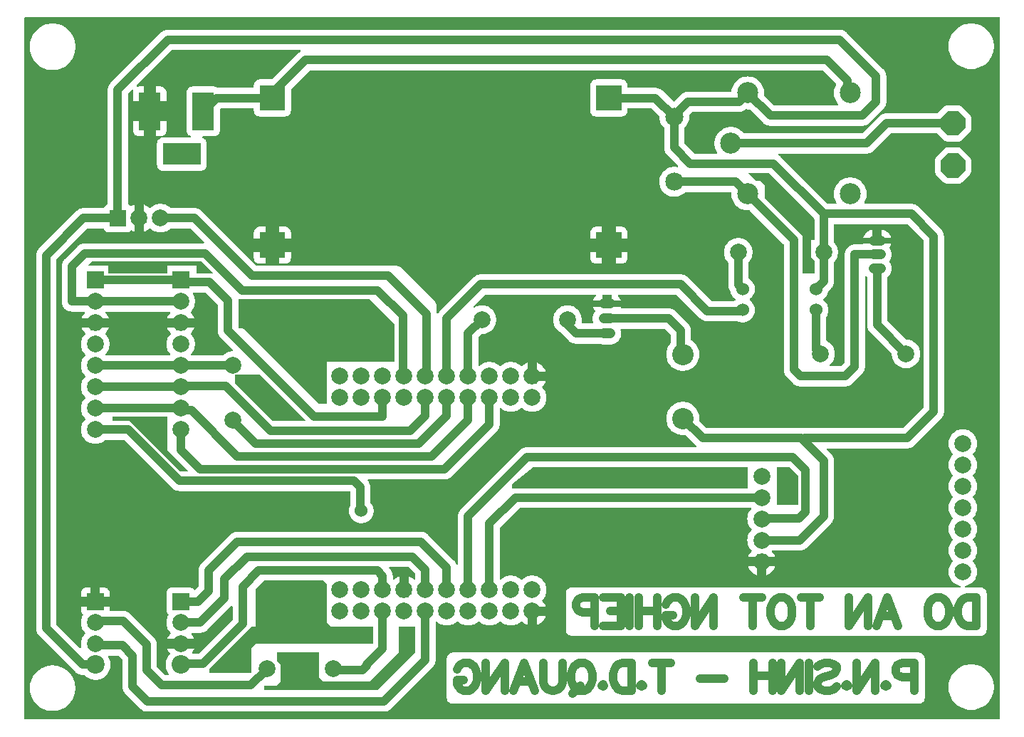
<source format=gbl>
G04 Layer: BottomLayer*
G04 EasyEDA v6.4.19.5, 2021-05-28T19:21:40+07:00*
G04 6e6706e82e5b4a748e8d5c8c40211ff5,daa0c75fb02d462d8576232f80c62aaa,10*
G04 Gerber Generator version 0.2*
G04 Scale: 100 percent, Rotated: No, Reflected: No *
G04 Dimensions in millimeters *
G04 leading zeros omitted , absolute positions ,4 integer and 5 decimal *
%FSLAX45Y45*%
%MOMM*%

%ADD10C,1.0000*%
%ADD11C,2.0000*%
%ADD12C,1.5240*%
%ADD15C,2.5400*%
%ADD16C,2.1590*%
%ADD18C,2.5000*%
%ADD19R,2.0000X2.0000*%
%ADD20C,2.2000*%
%ADD21C,1.2000*%

%LPD*%
G36*
X310184Y249986D02*
G01*
X306273Y250748D01*
X302971Y252984D01*
X300786Y256286D01*
X300024Y260146D01*
X300024Y8589822D01*
X300786Y8593734D01*
X302971Y8597036D01*
X306273Y8599220D01*
X310184Y8599982D01*
X11889841Y8599982D01*
X11893753Y8599220D01*
X11897004Y8597036D01*
X11899239Y8593734D01*
X11900001Y8589822D01*
X11900001Y260146D01*
X11899239Y256286D01*
X11897004Y252984D01*
X11893753Y250748D01*
X11889841Y249986D01*
G37*

%LPC*%
G36*
X1765452Y341782D02*
G01*
X4571847Y341782D01*
X4579264Y341985D01*
X4586478Y342646D01*
X4593691Y343763D01*
X4600803Y345287D01*
X4607763Y347218D01*
X4614621Y349605D01*
X4621377Y352348D01*
X4627880Y355549D01*
X4634230Y359105D01*
X4640326Y363067D01*
X4646168Y367385D01*
X4651756Y372008D01*
X4657140Y377088D01*
X5152237Y872185D01*
X5157317Y877569D01*
X5161940Y883158D01*
X5166258Y889000D01*
X5170220Y895096D01*
X5173776Y901446D01*
X5176977Y907948D01*
X5179720Y914704D01*
X5182108Y921562D01*
X5184038Y928522D01*
X5185562Y935634D01*
X5186680Y942848D01*
X5187340Y950061D01*
X5187543Y957478D01*
X5187543Y1405483D01*
X5188305Y1409395D01*
X5190540Y1412646D01*
X5193842Y1414881D01*
X5197703Y1415643D01*
X5201615Y1414881D01*
X5204917Y1412646D01*
X5207406Y1410208D01*
X5221224Y1398981D01*
X5236159Y1389278D01*
X5252059Y1381201D01*
X5268671Y1374800D01*
X5285892Y1370177D01*
X5303520Y1367383D01*
X5321300Y1366469D01*
X5339080Y1367383D01*
X5356707Y1370177D01*
X5373928Y1374800D01*
X5390540Y1381201D01*
X5406440Y1389278D01*
X5421376Y1398981D01*
X5435193Y1410208D01*
X5441137Y1416100D01*
X5444388Y1418285D01*
X5448300Y1419047D01*
X5452211Y1418285D01*
X5455462Y1416100D01*
X5461406Y1410208D01*
X5475224Y1398981D01*
X5490159Y1389278D01*
X5506059Y1381201D01*
X5522671Y1374800D01*
X5539892Y1370177D01*
X5557520Y1367383D01*
X5575300Y1366469D01*
X5593080Y1367383D01*
X5610707Y1370177D01*
X5627928Y1374800D01*
X5644540Y1381201D01*
X5660440Y1389278D01*
X5675376Y1398981D01*
X5689193Y1410208D01*
X5695137Y1416100D01*
X5698388Y1418285D01*
X5702300Y1419047D01*
X5706211Y1418285D01*
X5709462Y1416100D01*
X5715406Y1410208D01*
X5729224Y1398981D01*
X5744159Y1389278D01*
X5760059Y1381201D01*
X5776671Y1374800D01*
X5793892Y1370177D01*
X5811520Y1367383D01*
X5829300Y1366469D01*
X5847080Y1367383D01*
X5864707Y1370177D01*
X5881928Y1374800D01*
X5898540Y1381201D01*
X5914440Y1389278D01*
X5929376Y1398981D01*
X5943193Y1410208D01*
X5949137Y1416100D01*
X5952388Y1418285D01*
X5956300Y1419047D01*
X5960211Y1418285D01*
X5963462Y1416100D01*
X5969406Y1410208D01*
X5983224Y1398981D01*
X5998159Y1389278D01*
X6014059Y1381201D01*
X6030671Y1374800D01*
X6047892Y1370177D01*
X6065520Y1367383D01*
X6083300Y1366469D01*
X6101080Y1367383D01*
X6118707Y1370177D01*
X6135928Y1374800D01*
X6152540Y1381201D01*
X6168440Y1389278D01*
X6183376Y1398981D01*
X6197193Y1410208D01*
X6203137Y1416100D01*
X6206388Y1418285D01*
X6210300Y1419047D01*
X6214211Y1418285D01*
X6217462Y1416100D01*
X6223406Y1410208D01*
X6237224Y1398981D01*
X6252159Y1389278D01*
X6268059Y1381201D01*
X6280962Y1376222D01*
X6280962Y1480362D01*
X6257442Y1480362D01*
X6253784Y1481023D01*
X6250635Y1482953D01*
X6248400Y1485900D01*
X6247333Y1489456D01*
X6247638Y1493164D01*
X6249822Y1501292D01*
X6252616Y1518920D01*
X6253530Y1536700D01*
X6252616Y1554480D01*
X6249822Y1572107D01*
X6247638Y1580235D01*
X6247333Y1583944D01*
X6248400Y1587500D01*
X6250635Y1590446D01*
X6253784Y1592376D01*
X6257442Y1593037D01*
X6280962Y1593037D01*
X6280962Y1616557D01*
X6281623Y1620215D01*
X6283553Y1623364D01*
X6286500Y1625600D01*
X6290056Y1626666D01*
X6293764Y1626362D01*
X6301892Y1624177D01*
X6319520Y1621383D01*
X6337300Y1620469D01*
X6355080Y1621383D01*
X6372707Y1624177D01*
X6380835Y1626362D01*
X6384544Y1626666D01*
X6388100Y1625600D01*
X6391046Y1623364D01*
X6392976Y1620215D01*
X6393637Y1616557D01*
X6393637Y1593037D01*
X6497777Y1593037D01*
X6492798Y1605940D01*
X6484721Y1621840D01*
X6475018Y1636776D01*
X6463792Y1650593D01*
X6457899Y1656537D01*
X6455714Y1659788D01*
X6454952Y1663700D01*
X6455714Y1667611D01*
X6457899Y1670862D01*
X6463792Y1676806D01*
X6475018Y1690624D01*
X6484721Y1705559D01*
X6492798Y1721459D01*
X6499199Y1738071D01*
X6503822Y1755292D01*
X6506616Y1772920D01*
X6507530Y1790700D01*
X6506616Y1808480D01*
X6503822Y1826107D01*
X6499199Y1843328D01*
X6492798Y1859940D01*
X6484721Y1875840D01*
X6475018Y1890775D01*
X6463792Y1904593D01*
X6451193Y1917192D01*
X6437376Y1928418D01*
X6422440Y1938121D01*
X6406540Y1946198D01*
X6389928Y1952599D01*
X6372707Y1957222D01*
X6355080Y1960016D01*
X6337300Y1960930D01*
X6319520Y1960016D01*
X6301892Y1957222D01*
X6284671Y1952599D01*
X6268059Y1946198D01*
X6252159Y1938121D01*
X6237224Y1928418D01*
X6223406Y1917192D01*
X6217462Y1911299D01*
X6214211Y1909114D01*
X6210300Y1908352D01*
X6206388Y1909114D01*
X6203137Y1911299D01*
X6197193Y1917192D01*
X6183376Y1928418D01*
X6168440Y1938121D01*
X6152540Y1946198D01*
X6135928Y1952599D01*
X6118707Y1957222D01*
X6101080Y1960016D01*
X6083300Y1960930D01*
X6065520Y1960016D01*
X6047892Y1957222D01*
X6030671Y1952599D01*
X6014059Y1946198D01*
X5998159Y1938121D01*
X5983224Y1928418D01*
X5969406Y1917192D01*
X5966917Y1914753D01*
X5963615Y1912518D01*
X5959703Y1911756D01*
X5955842Y1912518D01*
X5952540Y1914753D01*
X5950305Y1918004D01*
X5949543Y1921916D01*
X5949543Y2524099D01*
X5950305Y2527960D01*
X5952540Y2531262D01*
X6187795Y2766517D01*
X6191097Y2768752D01*
X6194958Y2769514D01*
X8934043Y2769514D01*
X8937955Y2768752D01*
X8941206Y2766517D01*
X8943441Y2763215D01*
X8944203Y2759354D01*
X8943441Y2755442D01*
X8941206Y2752140D01*
X8938768Y2749651D01*
X8927541Y2735834D01*
X8917838Y2720898D01*
X8909761Y2704998D01*
X8903360Y2688386D01*
X8898737Y2671165D01*
X8895943Y2653538D01*
X8895029Y2635758D01*
X8895943Y2617978D01*
X8898737Y2600350D01*
X8903360Y2583129D01*
X8909761Y2566517D01*
X8917838Y2550617D01*
X8927541Y2535682D01*
X8938768Y2521864D01*
X8944660Y2515920D01*
X8946845Y2512669D01*
X8947607Y2508758D01*
X8946845Y2504846D01*
X8944660Y2501595D01*
X8938768Y2495651D01*
X8927541Y2481834D01*
X8917838Y2466898D01*
X8909761Y2450998D01*
X8903360Y2434386D01*
X8898737Y2417165D01*
X8895943Y2399538D01*
X8895029Y2381758D01*
X8895943Y2363978D01*
X8898737Y2346350D01*
X8903360Y2329129D01*
X8909761Y2312517D01*
X8917838Y2296617D01*
X8927541Y2281682D01*
X8938768Y2267864D01*
X8944660Y2261920D01*
X8946845Y2258669D01*
X8947607Y2254758D01*
X8946845Y2250846D01*
X8944660Y2247595D01*
X8938768Y2241651D01*
X8927541Y2227834D01*
X8917838Y2212898D01*
X8909761Y2196998D01*
X8904782Y2184095D01*
X9008922Y2184095D01*
X9008922Y2207615D01*
X9009583Y2211273D01*
X9011513Y2214422D01*
X9014460Y2216658D01*
X9018016Y2217724D01*
X9021724Y2217420D01*
X9029852Y2215235D01*
X9047480Y2212441D01*
X9065260Y2211527D01*
X9083040Y2212441D01*
X9100667Y2215235D01*
X9108795Y2217420D01*
X9112504Y2217724D01*
X9116060Y2216658D01*
X9119006Y2214422D01*
X9120936Y2211273D01*
X9121597Y2207615D01*
X9121597Y2184095D01*
X9225737Y2184095D01*
X9220758Y2196998D01*
X9212681Y2212898D01*
X9202978Y2227834D01*
X9191752Y2241651D01*
X9189313Y2244140D01*
X9187078Y2247442D01*
X9186316Y2251354D01*
X9187078Y2255215D01*
X9189313Y2258517D01*
X9192564Y2260752D01*
X9196476Y2261514D01*
X9519005Y2261514D01*
X9526422Y2261717D01*
X9533636Y2262378D01*
X9540849Y2263495D01*
X9547961Y2265019D01*
X9554921Y2266950D01*
X9561779Y2269337D01*
X9568535Y2272080D01*
X9575038Y2275281D01*
X9581388Y2278837D01*
X9587484Y2282799D01*
X9593326Y2287117D01*
X9598914Y2291740D01*
X9604298Y2296820D01*
X9889337Y2581859D01*
X9894417Y2587244D01*
X9899040Y2592832D01*
X9903358Y2598674D01*
X9907320Y2604770D01*
X9910876Y2611120D01*
X9914077Y2617622D01*
X9916820Y2624378D01*
X9919208Y2631236D01*
X9921138Y2638196D01*
X9922662Y2645308D01*
X9923780Y2652522D01*
X9924440Y2659735D01*
X9924643Y2667152D01*
X9924643Y3327247D01*
X9924440Y3334664D01*
X9923780Y3341878D01*
X9922662Y3349091D01*
X9921138Y3356152D01*
X9919208Y3363163D01*
X9916820Y3370021D01*
X9914077Y3376777D01*
X9910876Y3383279D01*
X9907320Y3389629D01*
X9903358Y3395726D01*
X9899040Y3401568D01*
X9894417Y3407156D01*
X9889337Y3412540D01*
X9845344Y3456482D01*
X9843160Y3459784D01*
X9842398Y3463696D01*
X9843160Y3467557D01*
X9845344Y3470859D01*
X9848646Y3473094D01*
X9852558Y3473856D01*
X10794847Y3473856D01*
X10802264Y3474059D01*
X10809478Y3474720D01*
X10816691Y3475837D01*
X10823803Y3477361D01*
X10830763Y3479292D01*
X10837621Y3481679D01*
X10844377Y3484422D01*
X10850880Y3487623D01*
X10857230Y3491179D01*
X10863326Y3495141D01*
X10869168Y3499459D01*
X10874756Y3504082D01*
X10880140Y3509162D01*
X11197437Y3826459D01*
X11202517Y3831844D01*
X11207140Y3837432D01*
X11211458Y3843274D01*
X11215420Y3849370D01*
X11218976Y3855720D01*
X11222177Y3862222D01*
X11224920Y3868978D01*
X11227308Y3875836D01*
X11229238Y3882796D01*
X11230762Y3889908D01*
X11231880Y3897122D01*
X11232540Y3904335D01*
X11232743Y3911752D01*
X11232743Y5994247D01*
X11232540Y6001664D01*
X11231880Y6008878D01*
X11230762Y6016091D01*
X11229238Y6023152D01*
X11227308Y6030163D01*
X11224920Y6037021D01*
X11222177Y6043777D01*
X11218976Y6050280D01*
X11215420Y6056630D01*
X11211458Y6062726D01*
X11207140Y6068568D01*
X11202517Y6074156D01*
X11197437Y6079540D01*
X10930940Y6346037D01*
X10925556Y6351117D01*
X10919968Y6355740D01*
X10914126Y6360058D01*
X10908030Y6364020D01*
X10901680Y6367576D01*
X10895177Y6370777D01*
X10888421Y6373520D01*
X10881563Y6375908D01*
X10874603Y6377838D01*
X10867491Y6379362D01*
X10860278Y6380480D01*
X10853064Y6381140D01*
X10845647Y6381343D01*
X10293959Y6381343D01*
X10289794Y6382258D01*
X10286390Y6384747D01*
X10284307Y6388455D01*
X10283901Y6392722D01*
X10285272Y6396736D01*
X10291572Y6407251D01*
X10299750Y6424574D01*
X10306202Y6442608D01*
X10310876Y6461201D01*
X10313670Y6480149D01*
X10314635Y6499301D01*
X10313670Y6518452D01*
X10310876Y6537401D01*
X10306202Y6555994D01*
X10299750Y6574028D01*
X10291572Y6591350D01*
X10281716Y6607759D01*
X10270286Y6623151D01*
X10257434Y6637375D01*
X10243261Y6650228D01*
X10227868Y6661658D01*
X10211409Y6671513D01*
X10194086Y6679692D01*
X10176052Y6686143D01*
X10157460Y6690817D01*
X10138511Y6693611D01*
X10119410Y6694525D01*
X10100259Y6693611D01*
X10081310Y6690817D01*
X10062718Y6686143D01*
X10044684Y6679692D01*
X10027361Y6671513D01*
X10010902Y6661658D01*
X9995509Y6650228D01*
X9981336Y6637375D01*
X9968484Y6623151D01*
X9957054Y6607759D01*
X9947198Y6591350D01*
X9939020Y6574028D01*
X9932568Y6555994D01*
X9927894Y6537401D01*
X9925100Y6518452D01*
X9924135Y6499301D01*
X9925100Y6480149D01*
X9927894Y6461201D01*
X9932568Y6442608D01*
X9939020Y6424574D01*
X9947198Y6407251D01*
X9953498Y6396736D01*
X9954869Y6392722D01*
X9954463Y6388455D01*
X9952380Y6384747D01*
X9948976Y6382258D01*
X9944811Y6381343D01*
X9858400Y6381343D01*
X9854539Y6382105D01*
X9851237Y6384340D01*
X9292640Y6942937D01*
X9287256Y6948017D01*
X9281668Y6952640D01*
X9275826Y6956958D01*
X9270593Y6960362D01*
X9267545Y6963409D01*
X9266021Y6967474D01*
X9266326Y6971741D01*
X9268409Y6975551D01*
X9271863Y6978142D01*
X9276080Y6979056D01*
X10312247Y6979056D01*
X10319664Y6979259D01*
X10326878Y6979920D01*
X10334091Y6981037D01*
X10341203Y6982561D01*
X10348163Y6984492D01*
X10355021Y6986879D01*
X10361777Y6989622D01*
X10368280Y6992823D01*
X10374630Y6996379D01*
X10380726Y7000341D01*
X10386568Y7004659D01*
X10392156Y7009282D01*
X10397540Y7014362D01*
X10597997Y7214819D01*
X10601299Y7217054D01*
X10605160Y7217816D01*
X11152022Y7217816D01*
X11155934Y7217054D01*
X11159185Y7214819D01*
X11230864Y7143191D01*
X11239550Y7135774D01*
X11248948Y7129983D01*
X11259108Y7125766D01*
X11269827Y7123226D01*
X11281206Y7122312D01*
X11400993Y7122312D01*
X11412372Y7123226D01*
X11423091Y7125766D01*
X11433251Y7129983D01*
X11442649Y7135774D01*
X11451336Y7143191D01*
X11535968Y7227824D01*
X11543385Y7236510D01*
X11549176Y7245908D01*
X11553393Y7256068D01*
X11555933Y7266787D01*
X11556847Y7278166D01*
X11556847Y7397953D01*
X11555933Y7409332D01*
X11553393Y7420051D01*
X11549176Y7430211D01*
X11543385Y7439609D01*
X11535968Y7448296D01*
X11451336Y7532928D01*
X11442649Y7540345D01*
X11433251Y7546136D01*
X11423091Y7550353D01*
X11412372Y7552893D01*
X11400993Y7553807D01*
X11281206Y7553807D01*
X11269827Y7552893D01*
X11259108Y7550353D01*
X11248948Y7546136D01*
X11239550Y7540345D01*
X11230864Y7532928D01*
X11159185Y7461300D01*
X11155934Y7459065D01*
X11152022Y7458303D01*
X10551312Y7458303D01*
X10543895Y7458100D01*
X10536682Y7457440D01*
X10529468Y7456322D01*
X10522407Y7454798D01*
X10515396Y7452868D01*
X10508538Y7450480D01*
X10501782Y7447737D01*
X10495280Y7444536D01*
X10488930Y7440980D01*
X10482834Y7437018D01*
X10476992Y7432700D01*
X10471404Y7428077D01*
X10466019Y7422997D01*
X10265562Y7222540D01*
X10262260Y7220305D01*
X10258399Y7219543D01*
X8858199Y7219543D01*
X8854084Y7220407D01*
X8850680Y7222896D01*
X8837523Y7237374D01*
X8823350Y7250226D01*
X8807958Y7261656D01*
X8791549Y7271512D01*
X8774226Y7279690D01*
X8756142Y7286142D01*
X8737600Y7290816D01*
X8718600Y7293609D01*
X8699500Y7294524D01*
X8680348Y7293609D01*
X8661400Y7290816D01*
X8642807Y7286142D01*
X8624773Y7279690D01*
X8607450Y7271512D01*
X8590991Y7261656D01*
X8575649Y7250226D01*
X8561425Y7237374D01*
X8548573Y7223150D01*
X8537143Y7207758D01*
X8527288Y7191349D01*
X8519109Y7174026D01*
X8512657Y7155992D01*
X8507984Y7137400D01*
X8505190Y7118451D01*
X8504224Y7099300D01*
X8505190Y7080148D01*
X8507984Y7061200D01*
X8512657Y7042607D01*
X8519109Y7024573D01*
X8527288Y7007250D01*
X8535466Y6993636D01*
X8536838Y6989622D01*
X8536432Y6985355D01*
X8534349Y6981647D01*
X8530894Y6979158D01*
X8526729Y6978243D01*
X8270900Y6978243D01*
X8267039Y6979005D01*
X8263737Y6981240D01*
X8149640Y7095337D01*
X8147405Y7098639D01*
X8146643Y7102500D01*
X8146643Y7280960D01*
X8147558Y7285177D01*
X8150758Y7289190D01*
X8163255Y7302652D01*
X8174228Y7317333D01*
X8183676Y7333030D01*
X8191449Y7349693D01*
X8197494Y7367016D01*
X8201710Y7384846D01*
X8204047Y7403033D01*
X8204555Y7421372D01*
X8203742Y7431735D01*
X8204352Y7436053D01*
X8206689Y7439710D01*
X8238337Y7471359D01*
X8241639Y7473594D01*
X8245500Y7474356D01*
X8794546Y7474356D01*
X8801963Y7474559D01*
X8809177Y7475220D01*
X8816390Y7476337D01*
X8823502Y7477861D01*
X8830462Y7479792D01*
X8837320Y7482179D01*
X8844076Y7484922D01*
X8850579Y7488123D01*
X8856929Y7491679D01*
X8863025Y7495641D01*
X8868765Y7499858D01*
X8871915Y7502652D01*
X8875318Y7504582D01*
X8879128Y7505090D01*
X8899398Y7504074D01*
X8918854Y7504988D01*
X8923020Y7504328D01*
X8926525Y7502042D01*
X9084005Y7344562D01*
X9089390Y7339482D01*
X9094978Y7334859D01*
X9100820Y7330541D01*
X9106916Y7326579D01*
X9113266Y7323023D01*
X9119768Y7319822D01*
X9126524Y7317079D01*
X9133382Y7314692D01*
X9140393Y7312761D01*
X9147454Y7311237D01*
X9154668Y7310120D01*
X9161881Y7309459D01*
X9169298Y7309256D01*
X10261447Y7309256D01*
X10268864Y7309459D01*
X10276078Y7310120D01*
X10283291Y7311237D01*
X10290403Y7312761D01*
X10297363Y7314692D01*
X10304221Y7317079D01*
X10310977Y7319822D01*
X10317480Y7323023D01*
X10323830Y7326579D01*
X10329926Y7330541D01*
X10335768Y7334859D01*
X10341356Y7339482D01*
X10346740Y7344562D01*
X10511637Y7509459D01*
X10516717Y7514844D01*
X10521340Y7520431D01*
X10525658Y7526274D01*
X10529620Y7532370D01*
X10533176Y7538720D01*
X10536377Y7545222D01*
X10539120Y7551978D01*
X10541508Y7558836D01*
X10543438Y7565796D01*
X10544962Y7572908D01*
X10546080Y7580122D01*
X10546740Y7587335D01*
X10546943Y7594752D01*
X10546943Y7899247D01*
X10546740Y7906664D01*
X10546080Y7913878D01*
X10544962Y7921091D01*
X10543438Y7928152D01*
X10541508Y7935163D01*
X10539120Y7942021D01*
X10536377Y7948777D01*
X10533176Y7955280D01*
X10529620Y7961630D01*
X10525658Y7967725D01*
X10521340Y7973568D01*
X10516717Y7979156D01*
X10511637Y7984540D01*
X10080040Y8416137D01*
X10074656Y8421217D01*
X10069068Y8425840D01*
X10063226Y8430158D01*
X10057130Y8434120D01*
X10050780Y8437676D01*
X10044277Y8440877D01*
X10037521Y8443620D01*
X10030663Y8446008D01*
X10023703Y8447938D01*
X10016591Y8449462D01*
X10009378Y8450580D01*
X10002164Y8451240D01*
X9994747Y8451443D01*
X2006752Y8451443D01*
X1999335Y8451240D01*
X1992122Y8450580D01*
X1984908Y8449462D01*
X1977847Y8447938D01*
X1970836Y8446008D01*
X1963978Y8443620D01*
X1957222Y8440877D01*
X1950720Y8437676D01*
X1944370Y8434120D01*
X1938274Y8430158D01*
X1932432Y8425840D01*
X1926843Y8421217D01*
X1921459Y8416137D01*
X1324762Y7819440D01*
X1319682Y7814056D01*
X1315059Y7808468D01*
X1310741Y7802625D01*
X1306779Y7796530D01*
X1303223Y7790180D01*
X1300022Y7783677D01*
X1297279Y7776921D01*
X1294892Y7770063D01*
X1292961Y7763052D01*
X1291437Y7755991D01*
X1290320Y7748778D01*
X1289659Y7741564D01*
X1289456Y7734147D01*
X1289456Y6384493D01*
X1288694Y6380581D01*
X1286459Y6377279D01*
X1283157Y6375095D01*
X1277823Y6372860D01*
X1268425Y6367119D01*
X1260043Y6359956D01*
X1252880Y6351574D01*
X1247140Y6342176D01*
X1244904Y6336842D01*
X1242720Y6333540D01*
X1239418Y6331305D01*
X1235506Y6330543D01*
X1003452Y6330543D01*
X996035Y6330340D01*
X988821Y6329680D01*
X981608Y6328562D01*
X974547Y6327038D01*
X967536Y6325108D01*
X960678Y6322720D01*
X953922Y6319977D01*
X947419Y6316776D01*
X941069Y6313220D01*
X934974Y6309258D01*
X929132Y6304940D01*
X923544Y6300317D01*
X918159Y6295237D01*
X473862Y5850940D01*
X468782Y5845556D01*
X464159Y5839968D01*
X459841Y5834126D01*
X455879Y5828030D01*
X452323Y5821680D01*
X449122Y5815177D01*
X446379Y5808421D01*
X443992Y5801563D01*
X442061Y5794552D01*
X440537Y5787491D01*
X439420Y5780278D01*
X438759Y5773064D01*
X438556Y5765647D01*
X438556Y1333652D01*
X438759Y1326235D01*
X439420Y1319022D01*
X440537Y1311808D01*
X442061Y1304696D01*
X443992Y1297736D01*
X446379Y1290878D01*
X449122Y1284122D01*
X452323Y1277620D01*
X455879Y1271270D01*
X459841Y1265174D01*
X464159Y1259332D01*
X468782Y1253744D01*
X473862Y1248359D01*
X906221Y816000D01*
X911606Y810920D01*
X917194Y806297D01*
X923036Y801979D01*
X929132Y798017D01*
X935482Y794461D01*
X941984Y791260D01*
X948740Y788517D01*
X955598Y786130D01*
X962609Y784199D01*
X969670Y782675D01*
X976884Y781558D01*
X984097Y780897D01*
X991514Y780694D01*
X1004519Y780694D01*
X1008684Y779780D01*
X1012139Y777240D01*
X1013917Y775208D01*
X1027531Y762609D01*
X1042365Y751433D01*
X1058265Y741883D01*
X1075080Y734060D01*
X1092606Y727964D01*
X1110691Y723696D01*
X1129080Y721309D01*
X1147622Y720801D01*
X1166164Y722223D01*
X1184402Y725576D01*
X1202232Y730758D01*
X1219403Y737768D01*
X1235760Y746455D01*
X1251204Y756818D01*
X1265428Y768705D01*
X1278382Y782015D01*
X1289913Y796544D01*
X1299870Y812241D01*
X1308150Y828802D01*
X1314704Y846175D01*
X1319428Y864108D01*
X1322273Y882446D01*
X1323238Y900988D01*
X1322273Y919530D01*
X1319428Y937869D01*
X1314704Y955802D01*
X1308150Y973175D01*
X1299870Y989787D01*
X1296924Y994410D01*
X1295400Y998474D01*
X1295755Y1002792D01*
X1297787Y1006551D01*
X1301242Y1009142D01*
X1305458Y1010056D01*
X1411325Y1010056D01*
X1415186Y1009294D01*
X1418488Y1007059D01*
X1464259Y961288D01*
X1466494Y957986D01*
X1467256Y954125D01*
X1467256Y639978D01*
X1467459Y632561D01*
X1468120Y625348D01*
X1469237Y618134D01*
X1470761Y611022D01*
X1472692Y604062D01*
X1475079Y597204D01*
X1477822Y590448D01*
X1481023Y583946D01*
X1484579Y577596D01*
X1488541Y571500D01*
X1492859Y565658D01*
X1497482Y560070D01*
X1502562Y554685D01*
X1680159Y377088D01*
X1685543Y372008D01*
X1691132Y367385D01*
X1696974Y363067D01*
X1703070Y359105D01*
X1709420Y355549D01*
X1715922Y352348D01*
X1722678Y349605D01*
X1729536Y347218D01*
X1736547Y345287D01*
X1743608Y343763D01*
X1750822Y342646D01*
X1758035Y341985D01*
G37*
G36*
X623519Y352298D02*
G01*
X646480Y352298D01*
X669340Y354228D01*
X691946Y358140D01*
X714146Y363880D01*
X735787Y371551D01*
X756666Y381000D01*
X776681Y392176D01*
X795680Y405028D01*
X813562Y419455D01*
X830122Y435305D01*
X845261Y452526D01*
X858926Y470966D01*
X870915Y490524D01*
X881278Y510997D01*
X889812Y532282D01*
X896518Y554228D01*
X901344Y576630D01*
X904290Y599389D01*
X905256Y622300D01*
X904290Y645210D01*
X901344Y667969D01*
X896518Y690372D01*
X889812Y712317D01*
X881278Y733602D01*
X870915Y754075D01*
X858926Y773633D01*
X845261Y792073D01*
X830122Y809294D01*
X813562Y825144D01*
X795680Y839571D01*
X776681Y852424D01*
X756666Y863600D01*
X735787Y873048D01*
X714146Y880719D01*
X691946Y886460D01*
X669340Y890371D01*
X646480Y892302D01*
X623519Y892302D01*
X600659Y890371D01*
X578053Y886460D01*
X555853Y880719D01*
X534212Y873048D01*
X513334Y863600D01*
X493318Y852424D01*
X474319Y839571D01*
X456438Y825144D01*
X439877Y809294D01*
X424738Y792073D01*
X411073Y773633D01*
X399084Y754075D01*
X388721Y733602D01*
X380187Y712317D01*
X373481Y690372D01*
X368655Y667969D01*
X365709Y645210D01*
X364744Y622300D01*
X365709Y599389D01*
X368655Y576630D01*
X373481Y554228D01*
X380187Y532282D01*
X388721Y510997D01*
X399084Y490524D01*
X411073Y470966D01*
X424738Y452526D01*
X439877Y435305D01*
X456438Y419455D01*
X474319Y405028D01*
X493318Y392176D01*
X513334Y381000D01*
X534212Y371551D01*
X555853Y363880D01*
X578053Y358140D01*
X600659Y354228D01*
G37*
G36*
X11545519Y364998D02*
G01*
X11568480Y364998D01*
X11591340Y366928D01*
X11613946Y370840D01*
X11636146Y376580D01*
X11657787Y384251D01*
X11678666Y393700D01*
X11698681Y404876D01*
X11717680Y417728D01*
X11735562Y432155D01*
X11752122Y448005D01*
X11767261Y465226D01*
X11780926Y483666D01*
X11792915Y503224D01*
X11803278Y523697D01*
X11811812Y544982D01*
X11818518Y566928D01*
X11823344Y589330D01*
X11826290Y612089D01*
X11827256Y635000D01*
X11826290Y657910D01*
X11823344Y680669D01*
X11818518Y703072D01*
X11811812Y725017D01*
X11803278Y746302D01*
X11792915Y766775D01*
X11780926Y786333D01*
X11767261Y804773D01*
X11752122Y821994D01*
X11735562Y837844D01*
X11717680Y852271D01*
X11698681Y865124D01*
X11678666Y876300D01*
X11657787Y885748D01*
X11636146Y893419D01*
X11613946Y899160D01*
X11591340Y903071D01*
X11568480Y905002D01*
X11545519Y905002D01*
X11522659Y903071D01*
X11500053Y899160D01*
X11477853Y893419D01*
X11456212Y885748D01*
X11435334Y876300D01*
X11415318Y865124D01*
X11396319Y852271D01*
X11378438Y837844D01*
X11361877Y821994D01*
X11346738Y804773D01*
X11333073Y786333D01*
X11321084Y766775D01*
X11310721Y746302D01*
X11302187Y725017D01*
X11295481Y703072D01*
X11290655Y680669D01*
X11287709Y657910D01*
X11286744Y635000D01*
X11287709Y612089D01*
X11290655Y589330D01*
X11295481Y566928D01*
X11302187Y544982D01*
X11310721Y523697D01*
X11321084Y503224D01*
X11333073Y483666D01*
X11346738Y465226D01*
X11361877Y448005D01*
X11378438Y432155D01*
X11396319Y417728D01*
X11415318Y404876D01*
X11435334Y393700D01*
X11456212Y384251D01*
X11477853Y376580D01*
X11500053Y370840D01*
X11522659Y366928D01*
G37*
G36*
X5393385Y438505D02*
G01*
X10933480Y438505D01*
X10944910Y439420D01*
X10955578Y441959D01*
X10965789Y446176D01*
X10975187Y451967D01*
X10983569Y459130D01*
X10990732Y467512D01*
X10996472Y476910D01*
X11000689Y487070D01*
X11003280Y497789D01*
X11004143Y509168D01*
X11004143Y974293D01*
X11003280Y985672D01*
X11000689Y996391D01*
X10996472Y1006551D01*
X10990732Y1015949D01*
X10983569Y1024331D01*
X10975187Y1031494D01*
X10965789Y1037234D01*
X10955578Y1041450D01*
X10944910Y1044041D01*
X10933480Y1044956D01*
X5393385Y1044956D01*
X5382006Y1044041D01*
X5371287Y1041450D01*
X5361127Y1037234D01*
X5351729Y1031494D01*
X5343347Y1024331D01*
X5336184Y1015949D01*
X5330444Y1006551D01*
X5326227Y996391D01*
X5323636Y985672D01*
X5322722Y974293D01*
X5322722Y509168D01*
X5323636Y497789D01*
X5326227Y487070D01*
X5330444Y476910D01*
X5336184Y467512D01*
X5343347Y459130D01*
X5351729Y451967D01*
X5361127Y446176D01*
X5371287Y441959D01*
X5382006Y439420D01*
G37*
G36*
X6807708Y1245057D02*
G01*
X11670080Y1245057D01*
X11681510Y1245920D01*
X11692178Y1248511D01*
X11702389Y1252728D01*
X11711787Y1258468D01*
X11720169Y1265631D01*
X11727332Y1274013D01*
X11733072Y1283411D01*
X11737289Y1293571D01*
X11739880Y1304290D01*
X11740743Y1315669D01*
X11740743Y1748993D01*
X11739880Y1760372D01*
X11737289Y1771091D01*
X11733072Y1781251D01*
X11727332Y1790649D01*
X11720169Y1799031D01*
X11711787Y1806193D01*
X11702389Y1811934D01*
X11692178Y1816150D01*
X11681510Y1818741D01*
X11670080Y1819656D01*
X11493398Y1819656D01*
X11489182Y1820570D01*
X11485727Y1823110D01*
X11483644Y1826869D01*
X11483289Y1831136D01*
X11484762Y1835200D01*
X11487759Y1838299D01*
X11491772Y1839823D01*
X11493347Y1840077D01*
X11510568Y1844700D01*
X11527180Y1851101D01*
X11543080Y1859178D01*
X11558016Y1868881D01*
X11571833Y1880107D01*
X11584432Y1892706D01*
X11595658Y1906524D01*
X11605361Y1921459D01*
X11613438Y1937359D01*
X11619839Y1953971D01*
X11624462Y1971192D01*
X11627256Y1988820D01*
X11628170Y2006600D01*
X11627256Y2024380D01*
X11624462Y2042007D01*
X11619839Y2059228D01*
X11613438Y2075840D01*
X11605361Y2091740D01*
X11595658Y2106676D01*
X11584432Y2120493D01*
X11578539Y2126437D01*
X11576354Y2129688D01*
X11575592Y2133600D01*
X11576354Y2137511D01*
X11578539Y2140762D01*
X11584432Y2146706D01*
X11595658Y2160524D01*
X11605361Y2175459D01*
X11613438Y2191359D01*
X11619839Y2207971D01*
X11624462Y2225192D01*
X11627256Y2242820D01*
X11628170Y2260600D01*
X11627256Y2278380D01*
X11624462Y2296007D01*
X11619839Y2313228D01*
X11613438Y2329840D01*
X11605361Y2345740D01*
X11595658Y2360676D01*
X11584432Y2374493D01*
X11578539Y2380437D01*
X11576354Y2383688D01*
X11575592Y2387600D01*
X11576354Y2391511D01*
X11578539Y2394762D01*
X11584432Y2400706D01*
X11595658Y2414524D01*
X11605361Y2429459D01*
X11613438Y2445359D01*
X11619839Y2461971D01*
X11624462Y2479192D01*
X11627256Y2496820D01*
X11628170Y2514600D01*
X11627256Y2532380D01*
X11624462Y2550007D01*
X11619839Y2567228D01*
X11613438Y2583840D01*
X11605361Y2599740D01*
X11595658Y2614676D01*
X11584432Y2628493D01*
X11578539Y2634437D01*
X11576354Y2637688D01*
X11575592Y2641600D01*
X11576354Y2645511D01*
X11578539Y2648762D01*
X11584432Y2654706D01*
X11595658Y2668524D01*
X11605361Y2683459D01*
X11613438Y2699359D01*
X11619839Y2715971D01*
X11624462Y2733192D01*
X11627256Y2750820D01*
X11628170Y2768600D01*
X11627256Y2786380D01*
X11624462Y2804007D01*
X11619839Y2821228D01*
X11613438Y2837840D01*
X11605361Y2853740D01*
X11595658Y2868676D01*
X11584432Y2882493D01*
X11578539Y2888437D01*
X11576354Y2891688D01*
X11575592Y2895600D01*
X11576354Y2899511D01*
X11578539Y2902762D01*
X11584432Y2908706D01*
X11595658Y2922524D01*
X11605361Y2937459D01*
X11613438Y2953359D01*
X11619839Y2969971D01*
X11624462Y2987192D01*
X11627256Y3004820D01*
X11628170Y3022600D01*
X11627256Y3040380D01*
X11624462Y3058007D01*
X11619839Y3075228D01*
X11613438Y3091840D01*
X11605361Y3107740D01*
X11595658Y3122676D01*
X11584432Y3136493D01*
X11578539Y3142437D01*
X11576354Y3145688D01*
X11575592Y3149600D01*
X11576354Y3153511D01*
X11578539Y3156762D01*
X11584432Y3162706D01*
X11595658Y3176524D01*
X11605361Y3191459D01*
X11613438Y3207359D01*
X11619839Y3223971D01*
X11624462Y3241192D01*
X11627256Y3258820D01*
X11628170Y3276600D01*
X11627256Y3294379D01*
X11624462Y3312007D01*
X11619839Y3329228D01*
X11613438Y3345840D01*
X11605361Y3361740D01*
X11595658Y3376676D01*
X11584432Y3390493D01*
X11578539Y3396437D01*
X11576354Y3399688D01*
X11575592Y3403600D01*
X11576354Y3407511D01*
X11578539Y3410762D01*
X11584432Y3416706D01*
X11595658Y3430524D01*
X11605361Y3445459D01*
X11613438Y3461359D01*
X11619839Y3477971D01*
X11624462Y3495192D01*
X11627256Y3512820D01*
X11628170Y3530600D01*
X11627256Y3548379D01*
X11624462Y3566007D01*
X11619839Y3583228D01*
X11613438Y3599840D01*
X11605361Y3615740D01*
X11595658Y3630676D01*
X11584432Y3644493D01*
X11571833Y3657092D01*
X11558016Y3668318D01*
X11543080Y3678021D01*
X11527180Y3686098D01*
X11510568Y3692499D01*
X11493347Y3697122D01*
X11475720Y3699916D01*
X11457940Y3700830D01*
X11440160Y3699916D01*
X11422532Y3697122D01*
X11405311Y3692499D01*
X11388699Y3686098D01*
X11372799Y3678021D01*
X11357864Y3668318D01*
X11344046Y3657092D01*
X11331448Y3644493D01*
X11320221Y3630676D01*
X11310518Y3615740D01*
X11302441Y3599840D01*
X11296040Y3583228D01*
X11291417Y3566007D01*
X11288623Y3548379D01*
X11287709Y3530600D01*
X11288623Y3512820D01*
X11291417Y3495192D01*
X11296040Y3477971D01*
X11302441Y3461359D01*
X11310518Y3445459D01*
X11320221Y3430524D01*
X11331448Y3416706D01*
X11337340Y3410762D01*
X11339525Y3407511D01*
X11340287Y3403600D01*
X11339525Y3399688D01*
X11337340Y3396437D01*
X11331448Y3390493D01*
X11320221Y3376676D01*
X11310518Y3361740D01*
X11302441Y3345840D01*
X11296040Y3329228D01*
X11291417Y3312007D01*
X11288623Y3294379D01*
X11287709Y3276600D01*
X11288623Y3258820D01*
X11291417Y3241192D01*
X11296040Y3223971D01*
X11302441Y3207359D01*
X11310518Y3191459D01*
X11320221Y3176524D01*
X11331448Y3162706D01*
X11337340Y3156762D01*
X11339525Y3153511D01*
X11340287Y3149600D01*
X11339525Y3145688D01*
X11337340Y3142437D01*
X11331448Y3136493D01*
X11320221Y3122676D01*
X11310518Y3107740D01*
X11302441Y3091840D01*
X11296040Y3075228D01*
X11291417Y3058007D01*
X11288623Y3040380D01*
X11287709Y3022600D01*
X11288623Y3004820D01*
X11291417Y2987192D01*
X11296040Y2969971D01*
X11302441Y2953359D01*
X11310518Y2937459D01*
X11320221Y2922524D01*
X11331448Y2908706D01*
X11337340Y2902762D01*
X11339525Y2899511D01*
X11340287Y2895600D01*
X11339525Y2891688D01*
X11337340Y2888437D01*
X11331448Y2882493D01*
X11320221Y2868676D01*
X11310518Y2853740D01*
X11302441Y2837840D01*
X11296040Y2821228D01*
X11291417Y2804007D01*
X11288623Y2786380D01*
X11287709Y2768600D01*
X11288623Y2750820D01*
X11291417Y2733192D01*
X11296040Y2715971D01*
X11302441Y2699359D01*
X11310518Y2683459D01*
X11320221Y2668524D01*
X11331448Y2654706D01*
X11337340Y2648762D01*
X11339525Y2645511D01*
X11340287Y2641600D01*
X11339525Y2637688D01*
X11337340Y2634437D01*
X11331448Y2628493D01*
X11320221Y2614676D01*
X11310518Y2599740D01*
X11302441Y2583840D01*
X11296040Y2567228D01*
X11291417Y2550007D01*
X11288623Y2532380D01*
X11287709Y2514600D01*
X11288623Y2496820D01*
X11291417Y2479192D01*
X11296040Y2461971D01*
X11302441Y2445359D01*
X11310518Y2429459D01*
X11320221Y2414524D01*
X11331448Y2400706D01*
X11337340Y2394762D01*
X11339525Y2391511D01*
X11340287Y2387600D01*
X11339525Y2383688D01*
X11337340Y2380437D01*
X11331448Y2374493D01*
X11320221Y2360676D01*
X11310518Y2345740D01*
X11302441Y2329840D01*
X11296040Y2313228D01*
X11291417Y2296007D01*
X11288623Y2278380D01*
X11287709Y2260600D01*
X11288623Y2242820D01*
X11291417Y2225192D01*
X11296040Y2207971D01*
X11302441Y2191359D01*
X11310518Y2175459D01*
X11320221Y2160524D01*
X11331448Y2146706D01*
X11337340Y2140762D01*
X11339525Y2137511D01*
X11340287Y2133600D01*
X11339525Y2129688D01*
X11337340Y2126437D01*
X11331448Y2120493D01*
X11320221Y2106676D01*
X11310518Y2091740D01*
X11302441Y2075840D01*
X11296040Y2059228D01*
X11291417Y2042007D01*
X11288623Y2024380D01*
X11287709Y2006600D01*
X11288623Y1988820D01*
X11291417Y1971192D01*
X11296040Y1953971D01*
X11302441Y1937359D01*
X11310518Y1921459D01*
X11320221Y1906524D01*
X11331448Y1892706D01*
X11344046Y1880107D01*
X11357864Y1868881D01*
X11372799Y1859178D01*
X11388699Y1851101D01*
X11405311Y1844700D01*
X11422532Y1840077D01*
X11424107Y1839823D01*
X11428120Y1838299D01*
X11431117Y1835200D01*
X11432590Y1831136D01*
X11432235Y1826869D01*
X11430152Y1823110D01*
X11426698Y1820570D01*
X11422481Y1819656D01*
X6807708Y1819656D01*
X6796328Y1818741D01*
X6785609Y1816150D01*
X6775450Y1811934D01*
X6766052Y1806193D01*
X6757670Y1799031D01*
X6750507Y1790649D01*
X6744766Y1781251D01*
X6740550Y1771091D01*
X6737959Y1760372D01*
X6737045Y1748993D01*
X6737045Y1315669D01*
X6737959Y1304290D01*
X6740550Y1293571D01*
X6744766Y1283411D01*
X6750507Y1274013D01*
X6757670Y1265631D01*
X6766052Y1258468D01*
X6775450Y1252728D01*
X6785609Y1248511D01*
X6796328Y1245920D01*
G37*
G36*
X6393637Y1376222D02*
G01*
X6406540Y1381201D01*
X6422440Y1389278D01*
X6437376Y1398981D01*
X6451193Y1410208D01*
X6463792Y1422806D01*
X6475018Y1436624D01*
X6484721Y1451559D01*
X6492798Y1467459D01*
X6497777Y1480362D01*
X6393637Y1480362D01*
G37*
G36*
X9121597Y1967280D02*
G01*
X9134500Y1972259D01*
X9150400Y1980336D01*
X9165336Y1990039D01*
X9179153Y2001266D01*
X9191752Y2013864D01*
X9202978Y2027682D01*
X9212681Y2042617D01*
X9220758Y2058517D01*
X9225737Y2071420D01*
X9121597Y2071420D01*
G37*
G36*
X9008922Y1967280D02*
G01*
X9008922Y2071420D01*
X8904782Y2071420D01*
X8909761Y2058517D01*
X8917838Y2042617D01*
X8927541Y2027682D01*
X8938768Y2013864D01*
X8951366Y2001266D01*
X8965184Y1990039D01*
X8980119Y1980336D01*
X8996019Y1972259D01*
G37*
G36*
X11281206Y6619392D02*
G01*
X11400993Y6619392D01*
X11412372Y6620306D01*
X11423091Y6622846D01*
X11433251Y6627063D01*
X11442649Y6632854D01*
X11451336Y6640271D01*
X11535968Y6724903D01*
X11543385Y6733590D01*
X11549176Y6742988D01*
X11553393Y6753148D01*
X11555933Y6763867D01*
X11556847Y6775246D01*
X11556847Y6895033D01*
X11555933Y6906412D01*
X11553393Y6917131D01*
X11549176Y6927291D01*
X11543385Y6936689D01*
X11535968Y6945375D01*
X11451336Y7030008D01*
X11442649Y7037425D01*
X11433251Y7043216D01*
X11423091Y7047433D01*
X11412372Y7049973D01*
X11400993Y7050887D01*
X11281206Y7050887D01*
X11269827Y7049973D01*
X11259108Y7047433D01*
X11248948Y7043216D01*
X11239550Y7037425D01*
X11230864Y7030008D01*
X11146231Y6945375D01*
X11138814Y6936689D01*
X11133023Y6927291D01*
X11128806Y6917131D01*
X11126266Y6906412D01*
X11125352Y6895033D01*
X11125352Y6775246D01*
X11126266Y6763867D01*
X11128806Y6753148D01*
X11133023Y6742988D01*
X11138814Y6733590D01*
X11146231Y6724903D01*
X11230864Y6640271D01*
X11239550Y6632854D01*
X11248948Y6627063D01*
X11259108Y6622846D01*
X11269827Y6620306D01*
G37*
G36*
X623519Y7972298D02*
G01*
X646480Y7972298D01*
X669340Y7974228D01*
X691946Y7978140D01*
X714146Y7983880D01*
X735787Y7991551D01*
X756666Y8001000D01*
X776681Y8012175D01*
X795680Y8025028D01*
X813562Y8039455D01*
X830122Y8055305D01*
X845261Y8072526D01*
X858926Y8090966D01*
X870915Y8110524D01*
X881278Y8130997D01*
X889812Y8152282D01*
X896518Y8174228D01*
X901344Y8196630D01*
X904290Y8219389D01*
X905256Y8242300D01*
X905002Y8249056D01*
X905256Y8255000D01*
X904290Y8277910D01*
X901344Y8300669D01*
X896518Y8323072D01*
X889812Y8345017D01*
X881278Y8366302D01*
X870915Y8386775D01*
X858926Y8406333D01*
X845261Y8424773D01*
X830122Y8441994D01*
X813562Y8457844D01*
X795680Y8472271D01*
X776681Y8485124D01*
X756666Y8496300D01*
X735787Y8505748D01*
X714146Y8513419D01*
X691946Y8519160D01*
X669340Y8523071D01*
X646480Y8525002D01*
X623519Y8525002D01*
X600659Y8523071D01*
X578053Y8519160D01*
X555853Y8513419D01*
X534212Y8505748D01*
X513334Y8496300D01*
X493318Y8485124D01*
X474319Y8472271D01*
X456438Y8457844D01*
X439877Y8441994D01*
X424738Y8424773D01*
X411073Y8406333D01*
X399084Y8386775D01*
X388721Y8366302D01*
X380187Y8345017D01*
X373481Y8323072D01*
X368655Y8300669D01*
X365709Y8277910D01*
X364744Y8255000D01*
X364998Y8248243D01*
X364744Y8242300D01*
X365709Y8219389D01*
X368655Y8196630D01*
X373481Y8174228D01*
X380187Y8152282D01*
X388721Y8130997D01*
X399084Y8110524D01*
X411073Y8090966D01*
X424738Y8072526D01*
X439877Y8055305D01*
X456438Y8039455D01*
X474319Y8025028D01*
X493318Y8012175D01*
X513334Y8001000D01*
X534212Y7991551D01*
X555853Y7983880D01*
X578053Y7978140D01*
X600659Y7974228D01*
G37*
G36*
X11545519Y7984998D02*
G01*
X11568480Y7984998D01*
X11591340Y7986928D01*
X11613946Y7990840D01*
X11636146Y7996580D01*
X11657787Y8004251D01*
X11678666Y8013700D01*
X11698681Y8024875D01*
X11717680Y8037728D01*
X11735562Y8052155D01*
X11752122Y8068005D01*
X11767261Y8085226D01*
X11780926Y8103666D01*
X11792915Y8123224D01*
X11803278Y8143697D01*
X11811812Y8164982D01*
X11818518Y8186928D01*
X11823344Y8209330D01*
X11826290Y8232089D01*
X11827256Y8255000D01*
X11826290Y8277910D01*
X11823344Y8300669D01*
X11818518Y8323072D01*
X11811812Y8345017D01*
X11803278Y8366302D01*
X11792915Y8386775D01*
X11780926Y8406333D01*
X11767261Y8424773D01*
X11752122Y8441994D01*
X11735562Y8457844D01*
X11717680Y8472271D01*
X11698681Y8485124D01*
X11678666Y8496300D01*
X11657787Y8505748D01*
X11636146Y8513419D01*
X11613946Y8519160D01*
X11591340Y8523071D01*
X11568480Y8525002D01*
X11545519Y8525002D01*
X11522659Y8523071D01*
X11500053Y8519160D01*
X11477853Y8513419D01*
X11456212Y8505748D01*
X11435334Y8496300D01*
X11415318Y8485124D01*
X11396319Y8472271D01*
X11378438Y8457844D01*
X11361877Y8441994D01*
X11346738Y8424773D01*
X11333073Y8406333D01*
X11321084Y8386775D01*
X11310721Y8366302D01*
X11302187Y8345017D01*
X11295481Y8323072D01*
X11290655Y8300669D01*
X11287709Y8277910D01*
X11286744Y8255000D01*
X11287709Y8232089D01*
X11290655Y8209330D01*
X11295481Y8186928D01*
X11302187Y8164982D01*
X11310721Y8143697D01*
X11321084Y8123224D01*
X11333073Y8103666D01*
X11346738Y8085226D01*
X11361877Y8068005D01*
X11378438Y8052155D01*
X11396319Y8037728D01*
X11415318Y8024875D01*
X11435334Y8013700D01*
X11456212Y8004251D01*
X11477853Y7996580D01*
X11500053Y7990840D01*
X11522659Y7986928D01*
G37*

%LPD*%
G36*
X11340998Y6731711D02*
G01*
X11337086Y6732524D01*
X11333784Y6734708D01*
X11331600Y6738010D01*
X11330838Y6741871D01*
X11330838Y6824827D01*
X11247882Y6824827D01*
X11243970Y6825640D01*
X11240668Y6827824D01*
X11238484Y6831126D01*
X11237722Y6835241D01*
X11238484Y6839153D01*
X11240668Y6842455D01*
X11243970Y6844639D01*
X11247882Y6845401D01*
X11330838Y6845401D01*
X11330838Y6928358D01*
X11331600Y6932269D01*
X11333784Y6935571D01*
X11337086Y6937756D01*
X11341252Y6938518D01*
X11345113Y6937756D01*
X11348415Y6935571D01*
X11350599Y6932269D01*
X11351412Y6928358D01*
X11351412Y6845401D01*
X11434368Y6845401D01*
X11438229Y6844639D01*
X11441531Y6842455D01*
X11443716Y6839153D01*
X11444528Y6834987D01*
X11443716Y6831126D01*
X11441531Y6827824D01*
X11438229Y6825640D01*
X11434368Y6824827D01*
X11351412Y6824827D01*
X11351412Y6741871D01*
X11350599Y6738010D01*
X11348415Y6734708D01*
X11345113Y6732524D01*
G37*

%LPD*%
G36*
X4766056Y1700733D02*
G01*
X4762500Y1701800D01*
X4759553Y1704035D01*
X4757623Y1707184D01*
X4756962Y1710842D01*
X4756962Y1734362D01*
X4733442Y1734362D01*
X4729784Y1735023D01*
X4726635Y1736953D01*
X4724400Y1739900D01*
X4723333Y1743456D01*
X4723638Y1747164D01*
X4725822Y1755292D01*
X4728616Y1772920D01*
X4729530Y1790700D01*
X4728616Y1808480D01*
X4725822Y1826107D01*
X4723638Y1834235D01*
X4723333Y1837943D01*
X4724400Y1841500D01*
X4726635Y1844446D01*
X4729784Y1846376D01*
X4733442Y1847037D01*
X4756962Y1847037D01*
X4756962Y1951177D01*
X4744059Y1946198D01*
X4728159Y1938121D01*
X4713224Y1928418D01*
X4699406Y1917192D01*
X4696917Y1914753D01*
X4693615Y1912518D01*
X4689703Y1911756D01*
X4685842Y1912518D01*
X4682540Y1914753D01*
X4680305Y1918004D01*
X4679543Y1921916D01*
X4679543Y1955647D01*
X4679340Y1963064D01*
X4678680Y1970278D01*
X4677562Y1977491D01*
X4676038Y1984552D01*
X4674108Y1991563D01*
X4671720Y1998421D01*
X4668977Y2005177D01*
X4665776Y2011680D01*
X4662220Y2018030D01*
X4658258Y2024125D01*
X4653940Y2029968D01*
X4649317Y2035556D01*
X4644237Y2040940D01*
X4638344Y2046782D01*
X4636160Y2050084D01*
X4635398Y2053996D01*
X4636160Y2057857D01*
X4638344Y2061159D01*
X4641646Y2063394D01*
X4645558Y2064156D01*
X4860899Y2064156D01*
X4864760Y2063394D01*
X4868062Y2061159D01*
X4944059Y1985162D01*
X4946294Y1981860D01*
X4947056Y1977999D01*
X4947056Y1921916D01*
X4946294Y1918004D01*
X4944059Y1914753D01*
X4940757Y1912518D01*
X4936896Y1911756D01*
X4932984Y1912518D01*
X4929682Y1914753D01*
X4927193Y1917192D01*
X4913376Y1928418D01*
X4898440Y1938121D01*
X4882540Y1946198D01*
X4869637Y1951177D01*
X4869637Y1847037D01*
X4893157Y1847037D01*
X4896815Y1846376D01*
X4899964Y1844446D01*
X4902200Y1841500D01*
X4903266Y1837943D01*
X4902962Y1834235D01*
X4900777Y1826107D01*
X4897983Y1808480D01*
X4897069Y1790700D01*
X4897983Y1772920D01*
X4900777Y1755292D01*
X4902962Y1747164D01*
X4903266Y1743456D01*
X4902200Y1739900D01*
X4899964Y1736953D01*
X4896815Y1735023D01*
X4893157Y1734362D01*
X4869637Y1734362D01*
X4869637Y1710842D01*
X4868976Y1707184D01*
X4867046Y1704035D01*
X4864100Y1701800D01*
X4860544Y1700733D01*
X4856835Y1701038D01*
X4848707Y1703222D01*
X4831080Y1706016D01*
X4813300Y1706930D01*
X4795520Y1706016D01*
X4777892Y1703222D01*
X4769764Y1701038D01*
G37*

%LPD*%
G36*
X1984400Y776579D02*
G01*
X1980539Y777392D01*
X1977237Y779576D01*
X1875840Y880973D01*
X1873605Y884275D01*
X1872843Y888136D01*
X1872843Y1142847D01*
X1872640Y1150264D01*
X1871980Y1157478D01*
X1870862Y1164691D01*
X1869338Y1171752D01*
X1867407Y1178763D01*
X1865020Y1185621D01*
X1862277Y1192377D01*
X1859076Y1198880D01*
X1855520Y1205230D01*
X1851558Y1211326D01*
X1847240Y1217168D01*
X1842617Y1222756D01*
X1837537Y1228140D01*
X1558340Y1507337D01*
X1552956Y1512417D01*
X1547368Y1517040D01*
X1541526Y1521358D01*
X1535430Y1525320D01*
X1529080Y1528876D01*
X1522577Y1532077D01*
X1515821Y1534820D01*
X1508963Y1537208D01*
X1502003Y1539138D01*
X1494891Y1540662D01*
X1487678Y1541780D01*
X1480464Y1542440D01*
X1473047Y1542643D01*
X1323390Y1542643D01*
X1319530Y1543405D01*
X1316228Y1545640D01*
X1314043Y1548942D01*
X1313230Y1552803D01*
X1313230Y1594662D01*
X1199337Y1594662D01*
X1199337Y1575155D01*
X1198676Y1571498D01*
X1196746Y1568348D01*
X1193800Y1566113D01*
X1190244Y1565046D01*
X1186535Y1565351D01*
X1178407Y1567535D01*
X1160780Y1570329D01*
X1143000Y1571244D01*
X1125220Y1570329D01*
X1107592Y1567535D01*
X1099413Y1565351D01*
X1095756Y1565046D01*
X1092200Y1566113D01*
X1089253Y1568348D01*
X1087323Y1571498D01*
X1086662Y1575155D01*
X1086662Y1594662D01*
X972718Y1594662D01*
X972718Y1551381D01*
X973632Y1540002D01*
X976223Y1529283D01*
X980440Y1519123D01*
X986180Y1509725D01*
X996645Y1497634D01*
X997813Y1494231D01*
X997661Y1490573D01*
X995578Y1486103D01*
X987501Y1470253D01*
X981100Y1453591D01*
X976477Y1436420D01*
X973683Y1418793D01*
X972769Y1401013D01*
X973683Y1383182D01*
X976477Y1365605D01*
X981100Y1348384D01*
X987501Y1331772D01*
X995578Y1315872D01*
X1005281Y1300937D01*
X1016508Y1287068D01*
X1020368Y1283208D01*
X1022603Y1279906D01*
X1023366Y1275994D01*
X1022603Y1272133D01*
X1020368Y1268831D01*
X1016508Y1264920D01*
X1005281Y1251051D01*
X995578Y1236116D01*
X987450Y1220266D01*
X981100Y1203604D01*
X976477Y1186383D01*
X973683Y1168806D01*
X972769Y1150975D01*
X973683Y1133195D01*
X976477Y1115618D01*
X977544Y1111656D01*
X977747Y1107236D01*
X976071Y1103172D01*
X972819Y1100226D01*
X968603Y1098905D01*
X964234Y1099464D01*
X960526Y1101852D01*
X682040Y1380337D01*
X679805Y1383639D01*
X679043Y1387500D01*
X679043Y5711799D01*
X679805Y5715660D01*
X682040Y5718962D01*
X1050137Y6087059D01*
X1053439Y6089294D01*
X1057300Y6090056D01*
X1235506Y6090056D01*
X1239418Y6089294D01*
X1242720Y6087059D01*
X1244904Y6083757D01*
X1247140Y6078423D01*
X1252880Y6069025D01*
X1260043Y6060643D01*
X1268425Y6053480D01*
X1277823Y6047740D01*
X1287983Y6043523D01*
X1298702Y6040932D01*
X1310081Y6040018D01*
X1509318Y6040018D01*
X1520698Y6040932D01*
X1531416Y6043523D01*
X1541576Y6047740D01*
X1550974Y6053480D01*
X1559356Y6060643D01*
X1561642Y6063335D01*
X1564487Y6065621D01*
X1567891Y6066790D01*
X1571548Y6066637D01*
X1574901Y6065266D01*
X1578559Y6062878D01*
X1594459Y6054801D01*
X1607362Y6049822D01*
X1607362Y6153962D01*
X1590141Y6153962D01*
X1586230Y6154724D01*
X1582928Y6156909D01*
X1580743Y6160211D01*
X1579981Y6164122D01*
X1579981Y6256477D01*
X1580743Y6260388D01*
X1582928Y6263690D01*
X1586230Y6265875D01*
X1590141Y6266637D01*
X1607362Y6266637D01*
X1607362Y6370777D01*
X1594459Y6365798D01*
X1578559Y6357721D01*
X1574901Y6355334D01*
X1571548Y6353962D01*
X1567891Y6353810D01*
X1564487Y6354978D01*
X1561642Y6357264D01*
X1559356Y6359956D01*
X1550974Y6367119D01*
X1541576Y6372860D01*
X1536242Y6375095D01*
X1532940Y6377279D01*
X1530705Y6380581D01*
X1529943Y6384493D01*
X1529943Y7680299D01*
X1530705Y7684160D01*
X1532940Y7687462D01*
X1579168Y7733690D01*
X1582826Y7736027D01*
X1587144Y7736636D01*
X1591310Y7735366D01*
X1594561Y7732471D01*
X1596288Y7728508D01*
X1596237Y7724140D01*
X1594358Y7716266D01*
X1593443Y7704886D01*
X1593443Y7599172D01*
X1720850Y7599172D01*
X1720850Y7775549D01*
X1664106Y7775549D01*
X1652727Y7774635D01*
X1644853Y7772755D01*
X1640484Y7772704D01*
X1636522Y7774431D01*
X1633626Y7777683D01*
X1632356Y7781848D01*
X1632966Y7786166D01*
X1635302Y7789824D01*
X2053437Y8207959D01*
X2056739Y8210194D01*
X2060600Y8210956D01*
X3576320Y8210956D01*
X3580536Y8210042D01*
X3583990Y8207451D01*
X3586073Y8203641D01*
X3586378Y8199374D01*
X3584854Y8195309D01*
X3581806Y8192262D01*
X3576574Y8188858D01*
X3570732Y8184540D01*
X3565144Y8179917D01*
X3559759Y8174837D01*
X3248152Y7863230D01*
X3244850Y7860995D01*
X3240989Y7860233D01*
X3098800Y7860233D01*
X3087420Y7859369D01*
X3076702Y7856778D01*
X3066542Y7852562D01*
X3057144Y7846822D01*
X3048762Y7839659D01*
X3041599Y7831277D01*
X3035858Y7821879D01*
X3031642Y7811668D01*
X3029051Y7800949D01*
X3028137Y7789570D01*
X3028137Y7770418D01*
X3027375Y7766507D01*
X3025190Y7763205D01*
X3021888Y7761020D01*
X3017977Y7760258D01*
X2599893Y7760258D01*
X2597150Y7760614D01*
X2594559Y7761731D01*
X2584602Y7767878D01*
X2574391Y7772095D01*
X2563672Y7774635D01*
X2552293Y7775549D01*
X2299106Y7775549D01*
X2287727Y7774635D01*
X2277008Y7772095D01*
X2266797Y7767878D01*
X2257399Y7762087D01*
X2249068Y7754975D01*
X2241905Y7746593D01*
X2236114Y7737195D01*
X2231898Y7726984D01*
X2229358Y7716266D01*
X2228443Y7704886D01*
X2228443Y7255713D01*
X2229358Y7244334D01*
X2231898Y7233615D01*
X2236114Y7223404D01*
X2241905Y7214006D01*
X2249068Y7205624D01*
X2257399Y7198512D01*
X2266797Y7192721D01*
X2275586Y7189114D01*
X2278888Y7186879D01*
X2281072Y7183628D01*
X2281834Y7179716D01*
X2281072Y7175804D01*
X2278888Y7172553D01*
X2275586Y7170318D01*
X2271674Y7169556D01*
X1947113Y7169556D01*
X1945030Y7169403D01*
X1941017Y7169912D01*
X1937461Y7171944D01*
X1935022Y7175195D01*
X1934108Y7179157D01*
X1934768Y7183221D01*
X1937004Y7186625D01*
X1940356Y7188911D01*
X1949602Y7192721D01*
X1959000Y7198512D01*
X1967331Y7205624D01*
X1974494Y7214006D01*
X1980285Y7223404D01*
X1984502Y7233615D01*
X1987042Y7244334D01*
X1987956Y7255713D01*
X1987956Y7361428D01*
X1860550Y7361428D01*
X1860550Y7185050D01*
X1917293Y7185050D01*
X1919376Y7185202D01*
X1923389Y7184694D01*
X1926945Y7182662D01*
X1929333Y7179360D01*
X1930298Y7175398D01*
X1929638Y7171385D01*
X1927402Y7167981D01*
X1924050Y7165695D01*
X1914804Y7161885D01*
X1905406Y7156094D01*
X1897024Y7148931D01*
X1889912Y7140600D01*
X1884121Y7131202D01*
X1879904Y7120991D01*
X1877364Y7110272D01*
X1876450Y7098893D01*
X1876450Y6845706D01*
X1877364Y6834327D01*
X1879904Y6823608D01*
X1884121Y6813397D01*
X1889912Y6803999D01*
X1897024Y6795668D01*
X1905406Y6788505D01*
X1914804Y6782714D01*
X1925015Y6778498D01*
X1935734Y6775958D01*
X1947113Y6775043D01*
X2396286Y6775043D01*
X2407666Y6775958D01*
X2418384Y6778498D01*
X2428595Y6782714D01*
X2437993Y6788505D01*
X2446375Y6795668D01*
X2453487Y6803999D01*
X2459278Y6813397D01*
X2463495Y6823608D01*
X2466035Y6834327D01*
X2466949Y6845706D01*
X2466949Y7098893D01*
X2466035Y7110272D01*
X2463495Y7120991D01*
X2459278Y7131202D01*
X2453487Y7140600D01*
X2446375Y7148931D01*
X2437993Y7156094D01*
X2428595Y7161885D01*
X2419807Y7165492D01*
X2416505Y7167676D01*
X2414320Y7170978D01*
X2413558Y7174890D01*
X2414320Y7178751D01*
X2416505Y7182053D01*
X2419807Y7184288D01*
X2423718Y7185050D01*
X2552293Y7185050D01*
X2563672Y7185964D01*
X2574391Y7188504D01*
X2584602Y7192721D01*
X2594000Y7198512D01*
X2602331Y7205624D01*
X2609494Y7214006D01*
X2615285Y7223404D01*
X2619502Y7233615D01*
X2622042Y7244334D01*
X2622956Y7255713D01*
X2622956Y7503261D01*
X2623718Y7507173D01*
X2625953Y7510475D01*
X2632252Y7516774D01*
X2635504Y7518958D01*
X2639415Y7519720D01*
X3017977Y7519720D01*
X3021888Y7518958D01*
X3025190Y7516774D01*
X3027375Y7513472D01*
X3028137Y7509560D01*
X3028137Y7490409D01*
X3029051Y7478979D01*
X3031642Y7468311D01*
X3035858Y7458100D01*
X3041599Y7448702D01*
X3048762Y7440320D01*
X3057144Y7433157D01*
X3066542Y7427417D01*
X3076702Y7423200D01*
X3087420Y7420609D01*
X3098800Y7419746D01*
X3398012Y7419746D01*
X3409391Y7420609D01*
X3420110Y7423200D01*
X3430270Y7427417D01*
X3439668Y7433157D01*
X3448050Y7440320D01*
X3455212Y7448702D01*
X3460953Y7458100D01*
X3465169Y7468311D01*
X3467760Y7478979D01*
X3468674Y7490409D01*
X3468674Y7739380D01*
X3469436Y7743291D01*
X3471621Y7746593D01*
X3691737Y7966659D01*
X3695039Y7968894D01*
X3698900Y7969656D01*
X9788499Y7969656D01*
X9792360Y7968894D01*
X9795662Y7966659D01*
X9950500Y7811820D01*
X9952888Y7808061D01*
X9953447Y7803642D01*
X9952024Y7799425D01*
X9947198Y7791348D01*
X9939020Y7774025D01*
X9932568Y7755991D01*
X9927894Y7737398D01*
X9925100Y7718450D01*
X9924135Y7699298D01*
X9925100Y7680147D01*
X9927894Y7661198D01*
X9932568Y7642606D01*
X9939020Y7624572D01*
X9947198Y7607249D01*
X9957054Y7590840D01*
X9968484Y7575448D01*
X9976358Y7566761D01*
X9978339Y7563408D01*
X9978948Y7559598D01*
X9978085Y7555788D01*
X9975900Y7552639D01*
X9972649Y7550505D01*
X9968839Y7549743D01*
X9223146Y7549743D01*
X9219285Y7550505D01*
X9215983Y7552740D01*
X9096654Y7672070D01*
X9094317Y7675625D01*
X9093657Y7679740D01*
X9094622Y7699298D01*
X9093708Y7718450D01*
X9090863Y7737398D01*
X9086240Y7755991D01*
X9079788Y7774025D01*
X9071559Y7791348D01*
X9061704Y7807756D01*
X9050324Y7823149D01*
X9037421Y7837373D01*
X9023248Y7850225D01*
X9007856Y7861655D01*
X8991447Y7871510D01*
X8974124Y7879689D01*
X8956040Y7886141D01*
X8937498Y7890814D01*
X8918498Y7893608D01*
X8899398Y7894523D01*
X8880246Y7893608D01*
X8861298Y7890814D01*
X8842705Y7886141D01*
X8824671Y7879689D01*
X8807348Y7871510D01*
X8790889Y7861655D01*
X8775547Y7850225D01*
X8761323Y7837373D01*
X8748471Y7823149D01*
X8737041Y7807756D01*
X8727186Y7791348D01*
X8719007Y7774025D01*
X8712555Y7755991D01*
X8707882Y7737398D01*
X8705850Y7723530D01*
X8704681Y7720126D01*
X8702446Y7717332D01*
X8699347Y7715503D01*
X8695791Y7714843D01*
X8191652Y7714843D01*
X8184235Y7714640D01*
X8177022Y7713980D01*
X8169808Y7712862D01*
X8162747Y7711338D01*
X8155736Y7709408D01*
X8148878Y7707020D01*
X8142122Y7704277D01*
X8135620Y7701076D01*
X8129270Y7697520D01*
X8123174Y7693558D01*
X8117331Y7689240D01*
X8111744Y7684617D01*
X8106359Y7679537D01*
X8027212Y7600391D01*
X8023961Y7598206D01*
X8020050Y7597444D01*
X8016138Y7598206D01*
X8012887Y7600391D01*
X7888376Y7724902D01*
X7882940Y7729981D01*
X7877352Y7734655D01*
X7871510Y7738973D01*
X7865414Y7742885D01*
X7859115Y7746492D01*
X7852562Y7749641D01*
X7845856Y7752435D01*
X7838998Y7754772D01*
X7831988Y7756753D01*
X7824876Y7758277D01*
X7817713Y7759344D01*
X7810449Y7760004D01*
X7803032Y7760258D01*
X7478826Y7760258D01*
X7474915Y7761020D01*
X7471613Y7763205D01*
X7469428Y7766507D01*
X7468666Y7770418D01*
X7468666Y7789570D01*
X7467752Y7800949D01*
X7465161Y7811668D01*
X7460945Y7821879D01*
X7455204Y7831277D01*
X7448042Y7839659D01*
X7439659Y7846822D01*
X7430262Y7852562D01*
X7420102Y7856778D01*
X7409383Y7859369D01*
X7398003Y7860233D01*
X7098792Y7860233D01*
X7087412Y7859369D01*
X7076694Y7856778D01*
X7066534Y7852562D01*
X7057136Y7846822D01*
X7048753Y7839659D01*
X7041591Y7831277D01*
X7035850Y7821879D01*
X7031634Y7811668D01*
X7029043Y7800949D01*
X7028129Y7789570D01*
X7028129Y7490409D01*
X7029043Y7478979D01*
X7031634Y7468311D01*
X7035850Y7458100D01*
X7041591Y7448702D01*
X7048753Y7440320D01*
X7057136Y7433157D01*
X7066534Y7427417D01*
X7076694Y7423200D01*
X7087412Y7420609D01*
X7098792Y7419746D01*
X7398003Y7419746D01*
X7409383Y7420609D01*
X7420102Y7423200D01*
X7430262Y7427417D01*
X7439659Y7433157D01*
X7448042Y7440320D01*
X7455204Y7448702D01*
X7460945Y7458100D01*
X7465161Y7468311D01*
X7467752Y7478979D01*
X7468666Y7490409D01*
X7468666Y7509560D01*
X7469428Y7513472D01*
X7471613Y7516774D01*
X7474915Y7518958D01*
X7478826Y7519720D01*
X7749184Y7519720D01*
X7753096Y7518958D01*
X7756398Y7516774D01*
X7845298Y7427823D01*
X7847482Y7424674D01*
X7848295Y7420914D01*
X7848752Y7403033D01*
X7851089Y7384846D01*
X7855305Y7367016D01*
X7861350Y7349693D01*
X7869123Y7333030D01*
X7878572Y7317333D01*
X7889544Y7302652D01*
X7902041Y7289190D01*
X7905242Y7285177D01*
X7906156Y7280960D01*
X7906156Y7048652D01*
X7906359Y7041235D01*
X7907020Y7034022D01*
X7908137Y7026808D01*
X7909661Y7019696D01*
X7911592Y7012736D01*
X7913979Y7005878D01*
X7916722Y6999122D01*
X7919923Y6992620D01*
X7923479Y6986270D01*
X7927441Y6980174D01*
X7931759Y6974331D01*
X7936382Y6968744D01*
X7941462Y6963359D01*
X8071002Y6833819D01*
X8073288Y6830314D01*
X8073948Y6826148D01*
X8072881Y6822033D01*
X8070189Y6818782D01*
X8066430Y6816852D01*
X8062264Y6816598D01*
X8044738Y6819341D01*
X8026400Y6820306D01*
X8008061Y6819341D01*
X7989925Y6816547D01*
X7972196Y6811873D01*
X7955025Y6805371D01*
X7938617Y6797192D01*
X7923174Y6787337D01*
X7908747Y6775958D01*
X7895640Y6763156D01*
X7883855Y6749034D01*
X7873644Y6733844D01*
X7865008Y6717639D01*
X7858099Y6700621D01*
X7852968Y6683044D01*
X7849666Y6664959D01*
X7848244Y6646672D01*
X7848752Y6628333D01*
X7851089Y6610146D01*
X7855305Y6592316D01*
X7861350Y6574993D01*
X7869123Y6558330D01*
X7878572Y6542633D01*
X7889544Y6527952D01*
X7902041Y6514490D01*
X7915808Y6502400D01*
X7930743Y6491732D01*
X7946745Y6482689D01*
X7963560Y6475374D01*
X7981035Y6469786D01*
X7998968Y6466027D01*
X8017205Y6464147D01*
X8035594Y6464147D01*
X8053831Y6466027D01*
X8071764Y6469786D01*
X8089239Y6475374D01*
X8106054Y6482689D01*
X8122056Y6491732D01*
X8136991Y6502400D01*
X8150758Y6514490D01*
X8154568Y6518605D01*
X8157972Y6520992D01*
X8162036Y6521856D01*
X8694572Y6521856D01*
X8698585Y6521043D01*
X8701938Y6518706D01*
X8704122Y6515201D01*
X8704732Y6511188D01*
X8704122Y6499301D01*
X8705088Y6480149D01*
X8707882Y6461201D01*
X8712555Y6442608D01*
X8719007Y6424574D01*
X8727186Y6407251D01*
X8737041Y6390843D01*
X8748471Y6375450D01*
X8761323Y6361226D01*
X8775547Y6348374D01*
X8790889Y6336944D01*
X8807348Y6327089D01*
X8824671Y6318910D01*
X8842705Y6312458D01*
X8861298Y6307785D01*
X8880246Y6304991D01*
X8899398Y6304076D01*
X8918956Y6305042D01*
X8923121Y6304330D01*
X8926626Y6302044D01*
X9325559Y5903112D01*
X9327794Y5899810D01*
X9328556Y5895949D01*
X9328556Y4407052D01*
X9328759Y4399635D01*
X9329420Y4392422D01*
X9330537Y4385208D01*
X9332061Y4378096D01*
X9333992Y4371136D01*
X9336379Y4364278D01*
X9339122Y4357522D01*
X9342323Y4351020D01*
X9345879Y4344670D01*
X9349841Y4338574D01*
X9354159Y4332732D01*
X9358782Y4327144D01*
X9363862Y4321759D01*
X9439859Y4245762D01*
X9445244Y4240682D01*
X9450832Y4236059D01*
X9456674Y4231741D01*
X9462770Y4227779D01*
X9469120Y4224223D01*
X9475622Y4221022D01*
X9482378Y4218279D01*
X9489236Y4215892D01*
X9496247Y4213961D01*
X9503308Y4212437D01*
X9510522Y4211320D01*
X9517735Y4210659D01*
X9525152Y4210456D01*
X10058247Y4210456D01*
X10065664Y4210659D01*
X10072878Y4211320D01*
X10080091Y4212437D01*
X10087203Y4213961D01*
X10094163Y4215892D01*
X10101021Y4218279D01*
X10107777Y4221022D01*
X10114280Y4224223D01*
X10120630Y4227779D01*
X10126726Y4231741D01*
X10132568Y4236059D01*
X10138156Y4240682D01*
X10143540Y4245762D01*
X10257637Y4359859D01*
X10262717Y4365244D01*
X10267340Y4370832D01*
X10271658Y4376674D01*
X10275620Y4382770D01*
X10279176Y4389120D01*
X10282377Y4395622D01*
X10285120Y4402378D01*
X10287508Y4409236D01*
X10289438Y4416196D01*
X10290962Y4423308D01*
X10292080Y4430522D01*
X10292740Y4437735D01*
X10292943Y4445152D01*
X10292943Y5511495D01*
X10293705Y5515356D01*
X10295839Y5518658D01*
X10299090Y5520842D01*
X10302900Y5521655D01*
X10306761Y5520994D01*
X10310114Y5518912D01*
X10315956Y5513374D01*
X10318292Y5510022D01*
X10319156Y5506008D01*
X10319156Y4940452D01*
X10319359Y4933035D01*
X10320020Y4925822D01*
X10321137Y4918608D01*
X10322661Y4911496D01*
X10324592Y4904536D01*
X10326979Y4897678D01*
X10329722Y4890922D01*
X10332923Y4884420D01*
X10336479Y4878070D01*
X10340441Y4871974D01*
X10344759Y4866132D01*
X10349382Y4860544D01*
X10354462Y4855159D01*
X10609275Y4600346D01*
X10611408Y4597298D01*
X10612272Y4593691D01*
X10612983Y4579620D01*
X10615777Y4561992D01*
X10620400Y4544771D01*
X10626801Y4528159D01*
X10634878Y4512259D01*
X10644581Y4497324D01*
X10655808Y4483506D01*
X10668406Y4470908D01*
X10682224Y4459681D01*
X10697159Y4449978D01*
X10713059Y4441901D01*
X10729671Y4435500D01*
X10746892Y4430877D01*
X10764520Y4428083D01*
X10782300Y4427169D01*
X10800080Y4428083D01*
X10817707Y4430877D01*
X10834928Y4435500D01*
X10851540Y4441901D01*
X10867440Y4449978D01*
X10882376Y4459681D01*
X10896193Y4470908D01*
X10908792Y4483506D01*
X10920018Y4497324D01*
X10929721Y4512259D01*
X10937798Y4528159D01*
X10944199Y4544771D01*
X10948822Y4561992D01*
X10951616Y4579620D01*
X10952530Y4597400D01*
X10951616Y4615180D01*
X10948822Y4632807D01*
X10944199Y4650028D01*
X10937798Y4666640D01*
X10929721Y4682540D01*
X10920018Y4697476D01*
X10908792Y4711293D01*
X10896193Y4723892D01*
X10882376Y4735118D01*
X10867440Y4744821D01*
X10851540Y4752898D01*
X10834928Y4759299D01*
X10817707Y4763922D01*
X10800080Y4766716D01*
X10786008Y4767427D01*
X10782401Y4768291D01*
X10779353Y4770424D01*
X10562640Y4987137D01*
X10560405Y4990439D01*
X10559643Y4994300D01*
X10559643Y5506008D01*
X10560507Y5510022D01*
X10562844Y5513374D01*
X10574121Y5524042D01*
X10583875Y5535625D01*
X10592206Y5548274D01*
X10598962Y5561838D01*
X10604144Y5576062D01*
X10607649Y5590794D01*
X10609427Y5605830D01*
X10609427Y5620969D01*
X10607649Y5636006D01*
X10604144Y5650738D01*
X10598962Y5664962D01*
X10592206Y5678525D01*
X10584383Y5690362D01*
X10582910Y5693968D01*
X10582910Y5697931D01*
X10584383Y5701538D01*
X10592206Y5713374D01*
X10598962Y5726938D01*
X10604144Y5741162D01*
X10607649Y5755894D01*
X10609427Y5770930D01*
X10609427Y5786069D01*
X10607649Y5801106D01*
X10604144Y5815838D01*
X10598962Y5830062D01*
X10592206Y5843625D01*
X10584383Y5855462D01*
X10582910Y5859068D01*
X10582910Y5863031D01*
X10584383Y5866638D01*
X10592206Y5878474D01*
X10598962Y5892038D01*
X10604398Y5907227D01*
X10498836Y5907227D01*
X10494518Y5907836D01*
X10479125Y5908751D01*
X10399674Y5908751D01*
X10384282Y5907836D01*
X10379964Y5907227D01*
X10273588Y5907227D01*
X10272369Y5903925D01*
X10270134Y5901182D01*
X10267035Y5899353D01*
X10263581Y5898743D01*
X10173004Y5898743D01*
X10158222Y5897880D01*
X10143947Y5895238D01*
X10130078Y5890920D01*
X10116820Y5884976D01*
X10104374Y5877458D01*
X10092944Y5868517D01*
X10082682Y5858256D01*
X10073741Y5846826D01*
X10066223Y5834380D01*
X10060279Y5821121D01*
X10055961Y5807252D01*
X10053320Y5792978D01*
X10052456Y5778195D01*
X10052456Y4499000D01*
X10051694Y4495139D01*
X10049459Y4491837D01*
X10011562Y4453940D01*
X10008260Y4451705D01*
X10004399Y4450943D01*
X9884308Y4450943D01*
X9880244Y4451807D01*
X9876840Y4454194D01*
X9874707Y4457700D01*
X9874148Y4461814D01*
X9875266Y4465828D01*
X9877907Y4469028D01*
X9880193Y4470908D01*
X9892792Y4483506D01*
X9904018Y4497324D01*
X9913721Y4512259D01*
X9921798Y4528159D01*
X9928199Y4544771D01*
X9932822Y4561992D01*
X9935616Y4579620D01*
X9936530Y4597400D01*
X9935616Y4615180D01*
X9932822Y4632807D01*
X9928199Y4650028D01*
X9921798Y4666640D01*
X9913721Y4682540D01*
X9904018Y4697476D01*
X9892792Y4711293D01*
X9880193Y4723892D01*
X9866376Y4735118D01*
X9851440Y4744821D01*
X9838791Y4751273D01*
X9835896Y4753508D01*
X9833965Y4756658D01*
X9833254Y4760315D01*
X9833254Y5031689D01*
X9833762Y5034788D01*
X9835134Y5037582D01*
X9837013Y5040172D01*
X9844938Y5054549D01*
X9851237Y5069738D01*
X9855758Y5085537D01*
X9858552Y5101691D01*
X9859467Y5118100D01*
X9858552Y5134508D01*
X9855758Y5150662D01*
X9851237Y5166461D01*
X9844938Y5181650D01*
X9837013Y5196027D01*
X9827514Y5209387D01*
X9816541Y5221630D01*
X9804298Y5232603D01*
X9801199Y5234838D01*
X9798507Y5237581D01*
X9797084Y5241188D01*
X9797084Y5245049D01*
X9798507Y5248605D01*
X9801199Y5251399D01*
X9804298Y5253634D01*
X9816541Y5264556D01*
X9827514Y5276799D01*
X9837013Y5290210D01*
X9844938Y5304586D01*
X9851237Y5319725D01*
X9855758Y5335524D01*
X9856317Y5338724D01*
X9857333Y5341670D01*
X9859162Y5344160D01*
X9889337Y5374335D01*
X9894417Y5379770D01*
X9899040Y5385358D01*
X9903358Y5391200D01*
X9907320Y5397296D01*
X9910876Y5403596D01*
X9914077Y5410149D01*
X9916820Y5416854D01*
X9919208Y5423712D01*
X9921138Y5430723D01*
X9922662Y5437835D01*
X9923780Y5444998D01*
X9924440Y5452262D01*
X9924643Y5459679D01*
X9924643Y5679541D01*
X9925405Y5683402D01*
X9927640Y5686704D01*
X9930892Y5690006D01*
X9942118Y5703824D01*
X9951821Y5718759D01*
X9959898Y5734659D01*
X9966299Y5751271D01*
X9970922Y5768492D01*
X9973716Y5786120D01*
X9974630Y5803900D01*
X9973716Y5821680D01*
X9970922Y5839307D01*
X9966299Y5856528D01*
X9959898Y5873140D01*
X9951821Y5889040D01*
X9942118Y5903976D01*
X9930892Y5917793D01*
X9927640Y5921095D01*
X9925405Y5924397D01*
X9924643Y5928258D01*
X9924643Y6130696D01*
X9925405Y6134557D01*
X9927640Y6137859D01*
X9930942Y6140094D01*
X9934803Y6140856D01*
X10791799Y6140856D01*
X10795660Y6140094D01*
X10798962Y6137859D01*
X10989259Y5947562D01*
X10991494Y5944260D01*
X10992256Y5940399D01*
X10992256Y3965600D01*
X10991494Y3961739D01*
X10989259Y3958437D01*
X10748162Y3717340D01*
X10744860Y3715105D01*
X10740999Y3714343D01*
X9576104Y3714343D01*
X9561322Y3713479D01*
X9558578Y3712972D01*
X9554921Y3712972D01*
X9552025Y3713479D01*
X9544964Y3714140D01*
X9537547Y3714343D01*
X8416899Y3714343D01*
X8413038Y3715105D01*
X8409736Y3717340D01*
X8327034Y3800043D01*
X8325154Y3802583D01*
X8324189Y3805580D01*
X8325256Y3828999D01*
X8324291Y3848354D01*
X8321446Y3867454D01*
X8316772Y3886250D01*
X8310219Y3904487D01*
X8301939Y3921963D01*
X8291982Y3938574D01*
X8280450Y3954119D01*
X8267496Y3968496D01*
X8253120Y3981450D01*
X8237575Y3992981D01*
X8220964Y4002938D01*
X8203488Y4011218D01*
X8185251Y4017772D01*
X8166455Y4022445D01*
X8147354Y4025290D01*
X8128000Y4026255D01*
X8108645Y4025290D01*
X8089544Y4022445D01*
X8070748Y4017772D01*
X8052511Y4011218D01*
X8035036Y4002938D01*
X8018424Y3992981D01*
X8002879Y3981450D01*
X7988503Y3968496D01*
X7975549Y3954119D01*
X7964017Y3938574D01*
X7954060Y3921963D01*
X7945780Y3904487D01*
X7939227Y3886250D01*
X7934553Y3867454D01*
X7931708Y3848354D01*
X7930743Y3828999D01*
X7931708Y3809644D01*
X7934553Y3790543D01*
X7939227Y3771747D01*
X7945780Y3753510D01*
X7954060Y3736035D01*
X7964017Y3719423D01*
X7975549Y3703878D01*
X7988503Y3689502D01*
X8002879Y3676548D01*
X8018424Y3665016D01*
X8035036Y3655060D01*
X8052511Y3646779D01*
X8070748Y3640226D01*
X8089544Y3635552D01*
X8108645Y3632708D01*
X8128000Y3631742D01*
X8151418Y3632809D01*
X8154416Y3631844D01*
X8156956Y3629964D01*
X8277758Y3509213D01*
X8284006Y3503371D01*
X8286343Y3500069D01*
X8287258Y3496157D01*
X8286546Y3492195D01*
X8284362Y3488842D01*
X8281060Y3486556D01*
X8277098Y3485743D01*
X6273952Y3485743D01*
X6266535Y3485540D01*
X6259322Y3484879D01*
X6252108Y3483762D01*
X6245047Y3482238D01*
X6238036Y3480308D01*
X6231178Y3477920D01*
X6224422Y3475177D01*
X6217920Y3471976D01*
X6211570Y3468420D01*
X6205474Y3464458D01*
X6199632Y3460140D01*
X6194044Y3455517D01*
X6188659Y3450437D01*
X5490362Y2752140D01*
X5485282Y2746756D01*
X5480659Y2741168D01*
X5476341Y2735326D01*
X5472379Y2729230D01*
X5468823Y2722880D01*
X5465622Y2716377D01*
X5462879Y2709621D01*
X5460492Y2702763D01*
X5458561Y2695752D01*
X5457037Y2688691D01*
X5455920Y2681478D01*
X5455259Y2674264D01*
X5455056Y2666847D01*
X5455056Y2098903D01*
X5454243Y2094941D01*
X5451957Y2091588D01*
X5448503Y2089404D01*
X5444540Y2088743D01*
X5440578Y2089657D01*
X5437327Y2092096D01*
X5435295Y2095550D01*
X5433720Y2100021D01*
X5430977Y2106777D01*
X5427776Y2113280D01*
X5424220Y2119630D01*
X5420258Y2125726D01*
X5415940Y2131568D01*
X5411317Y2137156D01*
X5406237Y2142540D01*
X5101640Y2447137D01*
X5096256Y2452217D01*
X5090668Y2456840D01*
X5084826Y2461158D01*
X5078730Y2465120D01*
X5072380Y2468676D01*
X5065877Y2471877D01*
X5059121Y2474620D01*
X5052263Y2477008D01*
X5045303Y2478938D01*
X5038191Y2480462D01*
X5030978Y2481580D01*
X5023764Y2482240D01*
X5016347Y2482443D01*
X2832252Y2482443D01*
X2824835Y2482240D01*
X2817622Y2481580D01*
X2810408Y2480462D01*
X2803347Y2478938D01*
X2796336Y2477008D01*
X2789478Y2474620D01*
X2782722Y2471877D01*
X2776220Y2468676D01*
X2769870Y2465120D01*
X2763774Y2461158D01*
X2757932Y2456840D01*
X2752344Y2452217D01*
X2746959Y2447137D01*
X2404262Y2104440D01*
X2399182Y2099056D01*
X2394559Y2093468D01*
X2390241Y2087625D01*
X2386279Y2081530D01*
X2382723Y2075180D01*
X2379522Y2068677D01*
X2376779Y2061921D01*
X2374392Y2055063D01*
X2372461Y2048052D01*
X2370937Y2040991D01*
X2369820Y2033778D01*
X2369159Y2026564D01*
X2368956Y2019147D01*
X2368956Y1832000D01*
X2368194Y1828139D01*
X2365959Y1824837D01*
X2331618Y1790496D01*
X2328621Y1788414D01*
X2325116Y1787499D01*
X2321509Y1787956D01*
X2318258Y1789582D01*
X2308656Y1800656D01*
X2300274Y1807819D01*
X2290876Y1813560D01*
X2280716Y1817776D01*
X2269998Y1820367D01*
X2258618Y1821230D01*
X2059381Y1821230D01*
X2048002Y1820367D01*
X2037283Y1817776D01*
X2027123Y1813560D01*
X2017725Y1807819D01*
X2009343Y1800656D01*
X2002180Y1792274D01*
X1996439Y1782876D01*
X1992223Y1772716D01*
X1989632Y1761998D01*
X1988718Y1750618D01*
X1988718Y1551381D01*
X1989632Y1540002D01*
X1992223Y1529283D01*
X1996439Y1519123D01*
X2002180Y1509725D01*
X2012645Y1497634D01*
X2013813Y1494231D01*
X2013661Y1490573D01*
X2011578Y1486103D01*
X2003501Y1470253D01*
X1997100Y1453591D01*
X1992477Y1436420D01*
X1989683Y1418793D01*
X1988769Y1401013D01*
X1989683Y1383182D01*
X1992477Y1365605D01*
X1997100Y1348384D01*
X2003501Y1331772D01*
X2011578Y1315872D01*
X2021281Y1300937D01*
X2032507Y1287068D01*
X2036368Y1283208D01*
X2038604Y1279906D01*
X2039366Y1275994D01*
X2038604Y1272133D01*
X2036368Y1268831D01*
X2032507Y1264920D01*
X2021281Y1251051D01*
X2011578Y1236116D01*
X2003450Y1220266D01*
X1998522Y1207363D01*
X2102662Y1207363D01*
X2102662Y1226870D01*
X2103323Y1230477D01*
X2105253Y1233627D01*
X2108200Y1235913D01*
X2111756Y1236980D01*
X2115413Y1236675D01*
X2123592Y1234490D01*
X2141220Y1231696D01*
X2159000Y1230782D01*
X2176780Y1231696D01*
X2194407Y1234490D01*
X2202535Y1236675D01*
X2206244Y1236980D01*
X2209800Y1235913D01*
X2212746Y1233627D01*
X2214676Y1230477D01*
X2215337Y1226870D01*
X2215337Y1207363D01*
X2319477Y1207363D01*
X2314498Y1220266D01*
X2306421Y1236116D01*
X2296718Y1251051D01*
X2286050Y1264259D01*
X2284272Y1267612D01*
X2283815Y1271371D01*
X2284780Y1275029D01*
X2287016Y1278077D01*
X2290216Y1280109D01*
X2293924Y1280820D01*
X2391511Y1280820D01*
X2398928Y1281023D01*
X2406142Y1281684D01*
X2413355Y1282801D01*
X2420416Y1284325D01*
X2427427Y1286256D01*
X2434285Y1288643D01*
X2441041Y1291386D01*
X2447544Y1294587D01*
X2453894Y1298143D01*
X2459990Y1302105D01*
X2465832Y1306423D01*
X2471420Y1311046D01*
X2476804Y1316126D01*
X2757982Y1597355D01*
X2761284Y1599539D01*
X2765196Y1600301D01*
X2769057Y1599539D01*
X2772359Y1597355D01*
X2774594Y1594053D01*
X2775356Y1590141D01*
X2775356Y1438300D01*
X2774594Y1434439D01*
X2772359Y1431137D01*
X2378862Y1037640D01*
X2375560Y1035405D01*
X2371699Y1034643D01*
X2304846Y1034643D01*
X2300630Y1035558D01*
X2297176Y1038199D01*
X2295093Y1042009D01*
X2294788Y1046327D01*
X2296312Y1050340D01*
X2306421Y1065885D01*
X2314498Y1081735D01*
X2319477Y1094638D01*
X2215337Y1094638D01*
X2215337Y1085596D01*
X2214676Y1081938D01*
X2212695Y1078738D01*
X2209698Y1076502D01*
X2206091Y1075486D01*
X2202332Y1075842D01*
X2200402Y1076401D01*
X2182164Y1079754D01*
X2163622Y1081176D01*
X2145080Y1080719D01*
X2126691Y1078331D01*
X2115159Y1075588D01*
X2111502Y1075385D01*
X2108047Y1076502D01*
X2105152Y1078788D01*
X2103323Y1081887D01*
X2102662Y1085494D01*
X2102662Y1094638D01*
X1998522Y1094638D01*
X2003450Y1081735D01*
X2011578Y1065885D01*
X2021281Y1050950D01*
X2030171Y1039926D01*
X2031898Y1036828D01*
X2032457Y1033322D01*
X2031746Y1029817D01*
X2029917Y1026820D01*
X2017674Y1012850D01*
X2006904Y997712D01*
X1997760Y981608D01*
X1990343Y964590D01*
X1984705Y946912D01*
X1980895Y928725D01*
X1979015Y910285D01*
X1979015Y891743D01*
X1980895Y873252D01*
X1984705Y855116D01*
X1990343Y837437D01*
X1997760Y820419D01*
X2006904Y804265D01*
X2015185Y792632D01*
X2016912Y788568D01*
X2016709Y784148D01*
X2014677Y780237D01*
X2011222Y777544D01*
X2006904Y776579D01*
G37*

%LPC*%
G36*
X972718Y1707337D02*
G01*
X1086662Y1707337D01*
X1086662Y1821230D01*
X1043381Y1821230D01*
X1032002Y1820367D01*
X1021283Y1817776D01*
X1011123Y1813560D01*
X1001725Y1807819D01*
X993343Y1800656D01*
X986180Y1792274D01*
X980440Y1782876D01*
X976223Y1772716D01*
X973632Y1761998D01*
X972718Y1750618D01*
G37*
G36*
X1199337Y1707337D02*
G01*
X1313230Y1707337D01*
X1313230Y1750618D01*
X1312367Y1761998D01*
X1309776Y1772716D01*
X1305560Y1782876D01*
X1299819Y1792274D01*
X1292656Y1800656D01*
X1284274Y1807819D01*
X1274876Y1813560D01*
X1264716Y1817776D01*
X1253998Y1820367D01*
X1242618Y1821230D01*
X1199337Y1821230D01*
G37*
G36*
X4305300Y2584043D02*
G01*
X4321708Y2584958D01*
X4337862Y2587752D01*
X4353661Y2592273D01*
X4368850Y2598572D01*
X4383227Y2606497D01*
X4396587Y2615996D01*
X4408830Y2626969D01*
X4419803Y2639212D01*
X4429302Y2652572D01*
X4437227Y2666949D01*
X4443526Y2682138D01*
X4448048Y2697937D01*
X4450842Y2714091D01*
X4451756Y2730500D01*
X4450842Y2746908D01*
X4448048Y2763062D01*
X4443526Y2778861D01*
X4437227Y2794050D01*
X4429302Y2808427D01*
X4419803Y2821787D01*
X4415434Y2826664D01*
X4413504Y2829814D01*
X4412843Y2833420D01*
X4412843Y3009747D01*
X4412640Y3017164D01*
X4411980Y3024378D01*
X4410862Y3031591D01*
X4409338Y3038652D01*
X4407408Y3045663D01*
X4405020Y3052521D01*
X4402277Y3059277D01*
X4399076Y3065780D01*
X4395520Y3072130D01*
X4391558Y3078226D01*
X4387240Y3084068D01*
X4383227Y3088894D01*
X4381398Y3092196D01*
X4380890Y3096006D01*
X4381855Y3099714D01*
X4384090Y3102762D01*
X4387291Y3104845D01*
X4391050Y3105556D01*
X5295747Y3105556D01*
X5303164Y3105759D01*
X5310378Y3106420D01*
X5317591Y3107537D01*
X5324703Y3109061D01*
X5331663Y3110992D01*
X5338521Y3113379D01*
X5345277Y3116122D01*
X5351780Y3119323D01*
X5358130Y3122879D01*
X5364226Y3126841D01*
X5370068Y3131159D01*
X5375656Y3135782D01*
X5381040Y3140862D01*
X5914237Y3674059D01*
X5919317Y3679444D01*
X5923940Y3685032D01*
X5928258Y3690874D01*
X5932220Y3696970D01*
X5935776Y3703320D01*
X5938977Y3709822D01*
X5941720Y3716578D01*
X5944108Y3723436D01*
X5946038Y3730396D01*
X5947562Y3737508D01*
X5948680Y3744722D01*
X5949340Y3751935D01*
X5949543Y3759352D01*
X5949543Y3945483D01*
X5950305Y3949395D01*
X5952540Y3952646D01*
X5955842Y3954881D01*
X5959703Y3955643D01*
X5963615Y3954881D01*
X5966917Y3952646D01*
X5969406Y3950208D01*
X5983224Y3938981D01*
X5998159Y3929278D01*
X6014059Y3921201D01*
X6030671Y3914800D01*
X6047892Y3910177D01*
X6065520Y3907383D01*
X6083300Y3906469D01*
X6101080Y3907383D01*
X6118707Y3910177D01*
X6135928Y3914800D01*
X6152540Y3921201D01*
X6168440Y3929278D01*
X6183376Y3938981D01*
X6197193Y3950208D01*
X6203137Y3956100D01*
X6206388Y3958285D01*
X6210300Y3959047D01*
X6214211Y3958285D01*
X6217462Y3956100D01*
X6223406Y3950208D01*
X6237224Y3938981D01*
X6252159Y3929278D01*
X6268059Y3921201D01*
X6284671Y3914800D01*
X6301892Y3910177D01*
X6319520Y3907383D01*
X6337300Y3906469D01*
X6355080Y3907383D01*
X6372707Y3910177D01*
X6389928Y3914800D01*
X6406540Y3921201D01*
X6422440Y3929278D01*
X6437376Y3938981D01*
X6451193Y3950208D01*
X6463792Y3962806D01*
X6475018Y3976624D01*
X6484721Y3991559D01*
X6492798Y4007459D01*
X6499199Y4024071D01*
X6503822Y4041292D01*
X6506616Y4058920D01*
X6507530Y4076700D01*
X6506616Y4094479D01*
X6503822Y4112107D01*
X6499199Y4129328D01*
X6492798Y4145940D01*
X6484721Y4161840D01*
X6475018Y4176776D01*
X6463792Y4190593D01*
X6457899Y4196537D01*
X6455714Y4199788D01*
X6454952Y4203700D01*
X6455714Y4207611D01*
X6457899Y4210862D01*
X6463792Y4216806D01*
X6475018Y4230624D01*
X6484721Y4245559D01*
X6492798Y4261459D01*
X6497777Y4274362D01*
X6393637Y4274362D01*
X6393637Y4250842D01*
X6392976Y4247184D01*
X6391046Y4244035D01*
X6388100Y4241800D01*
X6384544Y4240733D01*
X6380835Y4241038D01*
X6372707Y4243222D01*
X6355080Y4246016D01*
X6337300Y4246930D01*
X6319520Y4246016D01*
X6301892Y4243222D01*
X6293764Y4241038D01*
X6290056Y4240733D01*
X6286500Y4241800D01*
X6283553Y4244035D01*
X6281623Y4247184D01*
X6280962Y4250842D01*
X6280962Y4274362D01*
X6257442Y4274362D01*
X6253784Y4275023D01*
X6250635Y4276953D01*
X6248400Y4279900D01*
X6247333Y4283456D01*
X6247638Y4287164D01*
X6249822Y4295292D01*
X6252616Y4312920D01*
X6253530Y4330700D01*
X6252616Y4348480D01*
X6249822Y4366107D01*
X6247638Y4374235D01*
X6247333Y4377944D01*
X6248400Y4381500D01*
X6250635Y4384446D01*
X6253784Y4386376D01*
X6257442Y4387037D01*
X6280962Y4387037D01*
X6280962Y4491177D01*
X6268059Y4486198D01*
X6252159Y4478121D01*
X6237224Y4468418D01*
X6223406Y4457192D01*
X6217462Y4451299D01*
X6214211Y4449114D01*
X6210300Y4448352D01*
X6206388Y4449114D01*
X6203137Y4451299D01*
X6197193Y4457192D01*
X6183376Y4468418D01*
X6168440Y4478121D01*
X6152540Y4486198D01*
X6135928Y4492599D01*
X6118707Y4497222D01*
X6101080Y4500016D01*
X6083300Y4500930D01*
X6065520Y4500016D01*
X6047892Y4497222D01*
X6030671Y4492599D01*
X6014059Y4486198D01*
X5998159Y4478121D01*
X5983224Y4468418D01*
X5969406Y4457192D01*
X5963462Y4451299D01*
X5960211Y4449114D01*
X5956300Y4448352D01*
X5952388Y4449114D01*
X5949137Y4451299D01*
X5943193Y4457192D01*
X5929376Y4468418D01*
X5914440Y4478121D01*
X5898540Y4486198D01*
X5881928Y4492599D01*
X5864707Y4497222D01*
X5847080Y4500016D01*
X5829300Y4500930D01*
X5811520Y4500016D01*
X5793892Y4497222D01*
X5776671Y4492599D01*
X5760059Y4486198D01*
X5744159Y4478121D01*
X5729224Y4468418D01*
X5715406Y4457192D01*
X5712917Y4454753D01*
X5709615Y4452518D01*
X5705703Y4451756D01*
X5701842Y4452518D01*
X5698540Y4454753D01*
X5696305Y4458004D01*
X5695543Y4461916D01*
X5695543Y4784699D01*
X5696305Y4788560D01*
X5698540Y4791862D01*
X5737453Y4830775D01*
X5740501Y4832908D01*
X5744108Y4833772D01*
X5758180Y4834483D01*
X5775807Y4837277D01*
X5793028Y4841900D01*
X5809640Y4848301D01*
X5825540Y4856378D01*
X5840476Y4866081D01*
X5854293Y4877308D01*
X5866892Y4889906D01*
X5878118Y4903724D01*
X5887821Y4918659D01*
X5895898Y4934559D01*
X5902299Y4951171D01*
X5906922Y4968392D01*
X5909716Y4986020D01*
X5910630Y5003800D01*
X5909716Y5021580D01*
X5906922Y5039207D01*
X5902299Y5056428D01*
X5895898Y5073040D01*
X5887821Y5088940D01*
X5878118Y5103876D01*
X5866892Y5117693D01*
X5854293Y5130292D01*
X5840476Y5141518D01*
X5825540Y5151221D01*
X5809640Y5159298D01*
X5793028Y5165699D01*
X5775807Y5170322D01*
X5758180Y5173116D01*
X5740400Y5174030D01*
X5722620Y5173116D01*
X5704992Y5170322D01*
X5687771Y5165699D01*
X5671159Y5159298D01*
X5655259Y5151221D01*
X5653125Y5149850D01*
X5649163Y5148326D01*
X5644946Y5148529D01*
X5641187Y5150459D01*
X5638546Y5153761D01*
X5637428Y5157825D01*
X5638088Y5161991D01*
X5640425Y5165547D01*
X5774537Y5299659D01*
X5777839Y5301894D01*
X5781700Y5302656D01*
X7086092Y5302656D01*
X7090054Y5301843D01*
X7093356Y5299608D01*
X7095540Y5296255D01*
X7096252Y5292293D01*
X7095388Y5288381D01*
X7093051Y5285079D01*
X7091578Y5283657D01*
X7081824Y5272074D01*
X7073493Y5259425D01*
X7066737Y5245862D01*
X7061301Y5230672D01*
X7169962Y5230672D01*
X7169962Y5292496D01*
X7170724Y5296357D01*
X7172909Y5299659D01*
X7176211Y5301894D01*
X7180122Y5302656D01*
X7272477Y5302656D01*
X7276388Y5301894D01*
X7279690Y5299659D01*
X7281875Y5296357D01*
X7282637Y5292496D01*
X7282637Y5230672D01*
X7391298Y5230672D01*
X7385862Y5245862D01*
X7379106Y5259425D01*
X7370775Y5272074D01*
X7361021Y5283657D01*
X7359548Y5285079D01*
X7357211Y5288381D01*
X7356348Y5292293D01*
X7357059Y5296255D01*
X7359243Y5299608D01*
X7362545Y5301843D01*
X7366508Y5302656D01*
X8048599Y5302656D01*
X8052460Y5301894D01*
X8055762Y5299659D01*
X8334959Y5020462D01*
X8340344Y5015382D01*
X8345931Y5010759D01*
X8351774Y5006441D01*
X8357870Y5002479D01*
X8364220Y4998923D01*
X8370722Y4995722D01*
X8377478Y4992979D01*
X8384336Y4990592D01*
X8391347Y4988661D01*
X8398408Y4987137D01*
X8405622Y4986020D01*
X8412835Y4985359D01*
X8420252Y4985156D01*
X8774887Y4985156D01*
X8778798Y4984394D01*
X8789619Y4979873D01*
X8805418Y4975352D01*
X8821623Y4972558D01*
X8838031Y4971643D01*
X8854389Y4972558D01*
X8870594Y4975352D01*
X8886393Y4979873D01*
X8901531Y4986172D01*
X8915908Y4994097D01*
X8929319Y5003596D01*
X8941562Y5014569D01*
X8952484Y5026812D01*
X8961983Y5040172D01*
X8969959Y5054549D01*
X8976207Y5069738D01*
X8980779Y5085537D01*
X8983522Y5101691D01*
X8984437Y5118100D01*
X8983522Y5134508D01*
X8980779Y5150662D01*
X8976207Y5166461D01*
X8969959Y5181650D01*
X8961983Y5196027D01*
X8952484Y5209387D01*
X8941562Y5221630D01*
X8929319Y5232603D01*
X8926169Y5234838D01*
X8923528Y5237581D01*
X8922054Y5241188D01*
X8922054Y5245049D01*
X8923528Y5248605D01*
X8926169Y5251399D01*
X8929319Y5253634D01*
X8941562Y5264556D01*
X8952484Y5276799D01*
X8961983Y5290210D01*
X8969959Y5304586D01*
X8976207Y5319725D01*
X8980779Y5335524D01*
X8983522Y5351729D01*
X8984437Y5368086D01*
X8983522Y5384495D01*
X8980779Y5400700D01*
X8976207Y5416499D01*
X8969959Y5431637D01*
X8961983Y5446014D01*
X8952484Y5459425D01*
X8941562Y5471668D01*
X8929319Y5482590D01*
X8915908Y5492089D01*
X8913926Y5493207D01*
X8911132Y5495493D01*
X8909304Y5498592D01*
X8908643Y5502097D01*
X8908643Y5679541D01*
X8909405Y5683402D01*
X8911640Y5686704D01*
X8914892Y5690006D01*
X8926118Y5703824D01*
X8935821Y5718759D01*
X8943898Y5734659D01*
X8950299Y5751271D01*
X8954922Y5768492D01*
X8957716Y5786120D01*
X8958630Y5803900D01*
X8957716Y5821680D01*
X8954922Y5839307D01*
X8950299Y5856528D01*
X8943898Y5873140D01*
X8935821Y5889040D01*
X8926118Y5903976D01*
X8914892Y5917793D01*
X8902293Y5930392D01*
X8888476Y5941618D01*
X8873540Y5951321D01*
X8857640Y5959398D01*
X8841028Y5965799D01*
X8823807Y5970422D01*
X8806180Y5973216D01*
X8788400Y5974130D01*
X8770620Y5973216D01*
X8752992Y5970422D01*
X8735771Y5965799D01*
X8719159Y5959398D01*
X8703259Y5951321D01*
X8688324Y5941618D01*
X8674506Y5930392D01*
X8661908Y5917793D01*
X8650681Y5903976D01*
X8640978Y5889040D01*
X8632901Y5873140D01*
X8626500Y5856528D01*
X8621877Y5839307D01*
X8619083Y5821680D01*
X8618169Y5803900D01*
X8619083Y5786120D01*
X8621877Y5768492D01*
X8626500Y5751271D01*
X8632901Y5734659D01*
X8640978Y5718759D01*
X8650681Y5703824D01*
X8661908Y5690006D01*
X8665159Y5686704D01*
X8667394Y5683402D01*
X8668156Y5679541D01*
X8668156Y5417870D01*
X8668359Y5410454D01*
X8669020Y5403240D01*
X8670137Y5396026D01*
X8671661Y5388914D01*
X8673592Y5381955D01*
X8675979Y5375097D01*
X8678722Y5368340D01*
X8681923Y5361838D01*
X8685479Y5355488D01*
X8689390Y5349494D01*
X8692388Y5345531D01*
X8693607Y5343448D01*
X8694267Y5341112D01*
X8695232Y5335524D01*
X8699804Y5319725D01*
X8706053Y5304586D01*
X8714028Y5290210D01*
X8723528Y5276799D01*
X8734450Y5264556D01*
X8746693Y5253634D01*
X8749842Y5251399D01*
X8752484Y5248605D01*
X8753957Y5245049D01*
X8753957Y5241188D01*
X8752484Y5237581D01*
X8749842Y5234838D01*
X8746693Y5232603D01*
X8741816Y5228234D01*
X8738666Y5226304D01*
X8735060Y5225643D01*
X8474100Y5225643D01*
X8470239Y5226405D01*
X8466937Y5228640D01*
X8187740Y5507837D01*
X8182356Y5512917D01*
X8176768Y5517540D01*
X8170925Y5521858D01*
X8164830Y5525820D01*
X8158480Y5529376D01*
X8151977Y5532577D01*
X8145221Y5535320D01*
X8138363Y5537708D01*
X8131403Y5539638D01*
X8124291Y5541162D01*
X8117078Y5542280D01*
X8109864Y5542940D01*
X8102447Y5543143D01*
X5727852Y5543143D01*
X5720435Y5542940D01*
X5713222Y5542280D01*
X5706008Y5541162D01*
X5698947Y5539638D01*
X5691936Y5537708D01*
X5685078Y5535320D01*
X5678322Y5532577D01*
X5671820Y5529376D01*
X5665470Y5525820D01*
X5659374Y5521858D01*
X5653532Y5517540D01*
X5647944Y5512917D01*
X5642559Y5507837D01*
X5236362Y5101640D01*
X5231282Y5096256D01*
X5226659Y5090668D01*
X5222341Y5084826D01*
X5218938Y5079593D01*
X5215890Y5076545D01*
X5211826Y5075021D01*
X5207558Y5075326D01*
X5203748Y5077409D01*
X5201158Y5080863D01*
X5200243Y5085080D01*
X5200243Y5156047D01*
X5200040Y5163464D01*
X5199380Y5170678D01*
X5198262Y5177891D01*
X5196738Y5184952D01*
X5194808Y5191963D01*
X5192420Y5198821D01*
X5189677Y5205577D01*
X5186476Y5212080D01*
X5182920Y5218430D01*
X5178958Y5224526D01*
X5174640Y5230368D01*
X5170017Y5235956D01*
X5164937Y5241340D01*
X4796840Y5609437D01*
X4791456Y5614517D01*
X4785868Y5619140D01*
X4780026Y5623458D01*
X4773930Y5627420D01*
X4767580Y5630976D01*
X4761077Y5634177D01*
X4754321Y5636920D01*
X4747463Y5639308D01*
X4740503Y5641238D01*
X4733391Y5642762D01*
X4726178Y5643880D01*
X4718964Y5644540D01*
X4711547Y5644743D01*
X3063900Y5644743D01*
X3060039Y5645505D01*
X3056737Y5647740D01*
X2409240Y6295237D01*
X2403856Y6300317D01*
X2398268Y6304940D01*
X2392426Y6309258D01*
X2386330Y6313220D01*
X2379980Y6316776D01*
X2373477Y6319977D01*
X2366721Y6322720D01*
X2359863Y6325108D01*
X2352903Y6327038D01*
X2345791Y6328562D01*
X2338578Y6329680D01*
X2331364Y6330340D01*
X2323947Y6330543D01*
X2042058Y6330543D01*
X2038197Y6331305D01*
X2034895Y6333540D01*
X2031593Y6336792D01*
X2017775Y6348018D01*
X2002840Y6357721D01*
X1986940Y6365798D01*
X1970328Y6372199D01*
X1953107Y6376822D01*
X1935480Y6379616D01*
X1917700Y6380530D01*
X1899920Y6379616D01*
X1882292Y6376822D01*
X1865071Y6372199D01*
X1848459Y6365798D01*
X1832559Y6357721D01*
X1817624Y6348018D01*
X1803806Y6336792D01*
X1797862Y6330899D01*
X1794611Y6328714D01*
X1790700Y6327952D01*
X1786788Y6328714D01*
X1783537Y6330899D01*
X1777593Y6336792D01*
X1763775Y6348018D01*
X1748840Y6357721D01*
X1732940Y6365798D01*
X1720037Y6370777D01*
X1720037Y6266637D01*
X1743557Y6266637D01*
X1747215Y6265976D01*
X1750364Y6264046D01*
X1752600Y6261100D01*
X1753666Y6257544D01*
X1753362Y6253835D01*
X1751177Y6245707D01*
X1748383Y6228080D01*
X1747469Y6210300D01*
X1748383Y6192520D01*
X1751177Y6174892D01*
X1753362Y6166764D01*
X1753666Y6163056D01*
X1752600Y6159500D01*
X1750364Y6156553D01*
X1747215Y6154623D01*
X1743557Y6153962D01*
X1720037Y6153962D01*
X1720037Y6049822D01*
X1732940Y6054801D01*
X1748840Y6062878D01*
X1763775Y6072581D01*
X1777593Y6083808D01*
X1783537Y6089700D01*
X1786788Y6091885D01*
X1790700Y6092647D01*
X1794611Y6091885D01*
X1797862Y6089700D01*
X1803806Y6083808D01*
X1817624Y6072581D01*
X1832559Y6062878D01*
X1848459Y6054801D01*
X1865071Y6048400D01*
X1882292Y6043777D01*
X1899920Y6040983D01*
X1917700Y6040069D01*
X1935480Y6040983D01*
X1953107Y6043777D01*
X1970328Y6048400D01*
X1986940Y6054801D01*
X2002840Y6062878D01*
X2017775Y6072581D01*
X2031593Y6083808D01*
X2034895Y6087059D01*
X2038197Y6089294D01*
X2042058Y6090056D01*
X2270099Y6090056D01*
X2273960Y6089294D01*
X2277262Y6087059D01*
X2435555Y5928817D01*
X2437739Y5925515D01*
X2438501Y5921603D01*
X2437739Y5917742D01*
X2435555Y5914440D01*
X2432253Y5912205D01*
X2428341Y5911443D01*
X1016152Y5911443D01*
X1008735Y5911240D01*
X1001521Y5910580D01*
X994308Y5909462D01*
X987247Y5907938D01*
X980236Y5906008D01*
X973378Y5903620D01*
X966622Y5900877D01*
X960119Y5897676D01*
X953769Y5894120D01*
X947674Y5890158D01*
X941832Y5885840D01*
X936244Y5881217D01*
X930859Y5876137D01*
X778662Y5723940D01*
X773582Y5718556D01*
X768959Y5712968D01*
X764641Y5707126D01*
X760679Y5701030D01*
X757123Y5694680D01*
X753922Y5688177D01*
X751179Y5681421D01*
X748792Y5674563D01*
X746861Y5667552D01*
X745337Y5660491D01*
X744220Y5653278D01*
X743559Y5646064D01*
X743356Y5638647D01*
X743356Y5220004D01*
X744220Y5205222D01*
X746861Y5190947D01*
X751179Y5177078D01*
X757123Y5163820D01*
X764641Y5151374D01*
X773582Y5139944D01*
X783844Y5129682D01*
X795274Y5120741D01*
X807720Y5113223D01*
X820978Y5107279D01*
X834847Y5102961D01*
X849121Y5100320D01*
X863904Y5099456D01*
X1011783Y5099456D01*
X1015695Y5098694D01*
X1018946Y5096459D01*
X1021181Y5093157D01*
X1021943Y5089296D01*
X1021181Y5085384D01*
X1018946Y5082082D01*
X1016508Y5079593D01*
X1005281Y5065776D01*
X995578Y5050840D01*
X987501Y5034940D01*
X982522Y5022037D01*
X1086662Y5022037D01*
X1086662Y5045557D01*
X1087323Y5049215D01*
X1089253Y5052364D01*
X1092200Y5054600D01*
X1095756Y5055666D01*
X1099464Y5055362D01*
X1107592Y5053177D01*
X1125220Y5050383D01*
X1143000Y5049469D01*
X1160780Y5050383D01*
X1178407Y5053177D01*
X1186535Y5055362D01*
X1190244Y5055666D01*
X1193800Y5054600D01*
X1196746Y5052364D01*
X1198676Y5049215D01*
X1199337Y5045557D01*
X1199337Y5022037D01*
X1303477Y5022037D01*
X1298498Y5034940D01*
X1290421Y5050840D01*
X1280718Y5065776D01*
X1269492Y5079593D01*
X1267053Y5082082D01*
X1264818Y5085384D01*
X1264056Y5089296D01*
X1264818Y5093157D01*
X1267053Y5096459D01*
X1270304Y5098694D01*
X1274216Y5099456D01*
X2027783Y5099456D01*
X2031695Y5098694D01*
X2034946Y5096459D01*
X2037181Y5093157D01*
X2037943Y5089296D01*
X2037181Y5085384D01*
X2034946Y5082082D01*
X2032507Y5079593D01*
X2021281Y5065776D01*
X2011578Y5050840D01*
X2003501Y5034940D01*
X1998522Y5022037D01*
X2102662Y5022037D01*
X2102662Y5045557D01*
X2103323Y5049215D01*
X2105253Y5052364D01*
X2108200Y5054600D01*
X2111756Y5055666D01*
X2115464Y5055362D01*
X2123592Y5053177D01*
X2141220Y5050383D01*
X2159000Y5049469D01*
X2176780Y5050383D01*
X2194407Y5053177D01*
X2202535Y5055362D01*
X2206244Y5055666D01*
X2209800Y5054600D01*
X2212746Y5052364D01*
X2214676Y5049215D01*
X2215337Y5045557D01*
X2215337Y5022037D01*
X2319477Y5022037D01*
X2314498Y5034940D01*
X2306421Y5050840D01*
X2296718Y5065776D01*
X2285492Y5079593D01*
X2279599Y5085537D01*
X2277414Y5088788D01*
X2276652Y5092700D01*
X2277414Y5096611D01*
X2279599Y5099862D01*
X2285492Y5105806D01*
X2296718Y5119624D01*
X2306421Y5134559D01*
X2314498Y5150459D01*
X2320899Y5167071D01*
X2325522Y5184292D01*
X2328316Y5201920D01*
X2329230Y5219700D01*
X2328316Y5237480D01*
X2325522Y5255107D01*
X2320899Y5272328D01*
X2314498Y5288940D01*
X2306421Y5304840D01*
X2304034Y5308498D01*
X2302662Y5311749D01*
X2302510Y5315305D01*
X2303526Y5318658D01*
X2305659Y5321503D01*
X2309876Y5325364D01*
X2313076Y5327345D01*
X2316734Y5328056D01*
X2447899Y5328056D01*
X2451760Y5327294D01*
X2455062Y5325059D01*
X2594559Y5185562D01*
X2596794Y5182260D01*
X2597556Y5178399D01*
X2597556Y4876952D01*
X2597759Y4869535D01*
X2598420Y4862322D01*
X2599537Y4855108D01*
X2601061Y4847996D01*
X2602992Y4841036D01*
X2605379Y4834178D01*
X2608122Y4827422D01*
X2611323Y4820920D01*
X2614879Y4814570D01*
X2618841Y4808474D01*
X2623159Y4802632D01*
X2627782Y4797044D01*
X2632862Y4791659D01*
X2779674Y4644847D01*
X2781858Y4641646D01*
X2782671Y4637836D01*
X2782011Y4634026D01*
X2779928Y4630724D01*
X2776778Y4628438D01*
X2773019Y4627524D01*
X2763520Y4627016D01*
X2745892Y4624222D01*
X2728671Y4619599D01*
X2712059Y4613198D01*
X2696159Y4605121D01*
X2681224Y4595418D01*
X2667406Y4584192D01*
X2664104Y4580940D01*
X2660802Y4578705D01*
X2656941Y4577943D01*
X2290216Y4577943D01*
X2286304Y4578705D01*
X2283053Y4580940D01*
X2280818Y4584242D01*
X2280056Y4588103D01*
X2280818Y4592015D01*
X2283053Y4595317D01*
X2285492Y4597806D01*
X2296718Y4611624D01*
X2306421Y4626559D01*
X2314498Y4642459D01*
X2320899Y4659071D01*
X2325522Y4676292D01*
X2328316Y4693920D01*
X2329230Y4711700D01*
X2328316Y4729480D01*
X2325522Y4747107D01*
X2320899Y4764328D01*
X2314498Y4780940D01*
X2306421Y4796840D01*
X2296718Y4811776D01*
X2285492Y4825593D01*
X2279599Y4831537D01*
X2277414Y4834788D01*
X2276652Y4838700D01*
X2277414Y4842611D01*
X2279599Y4845862D01*
X2285492Y4851806D01*
X2296718Y4865624D01*
X2306421Y4880559D01*
X2314498Y4896459D01*
X2319477Y4909362D01*
X2215337Y4909362D01*
X2215337Y4885842D01*
X2214676Y4882184D01*
X2212746Y4879035D01*
X2209800Y4876800D01*
X2206244Y4875733D01*
X2202535Y4876038D01*
X2194407Y4878222D01*
X2176780Y4881016D01*
X2159000Y4881930D01*
X2141220Y4881016D01*
X2123592Y4878222D01*
X2115464Y4876038D01*
X2111756Y4875733D01*
X2108200Y4876800D01*
X2105253Y4879035D01*
X2103323Y4882184D01*
X2102662Y4885842D01*
X2102662Y4909362D01*
X1998522Y4909362D01*
X2003501Y4896459D01*
X2011578Y4880559D01*
X2021281Y4865624D01*
X2032507Y4851806D01*
X2038400Y4845862D01*
X2040585Y4842611D01*
X2041347Y4838700D01*
X2040585Y4834788D01*
X2038400Y4831537D01*
X2032507Y4825593D01*
X2021281Y4811776D01*
X2011578Y4796840D01*
X2003501Y4780940D01*
X1997100Y4764328D01*
X1992477Y4747107D01*
X1989683Y4729480D01*
X1988769Y4711700D01*
X1989683Y4693920D01*
X1992477Y4676292D01*
X1997100Y4659071D01*
X2003501Y4642459D01*
X2011578Y4626559D01*
X2021281Y4611624D01*
X2032507Y4597806D01*
X2034946Y4595317D01*
X2037181Y4592015D01*
X2037943Y4588103D01*
X2037181Y4584242D01*
X2034946Y4580940D01*
X2031695Y4578705D01*
X2027783Y4577943D01*
X1274216Y4577943D01*
X1270304Y4578705D01*
X1267053Y4580940D01*
X1264818Y4584242D01*
X1264056Y4588103D01*
X1264818Y4592015D01*
X1267053Y4595317D01*
X1269492Y4597806D01*
X1280718Y4611624D01*
X1290421Y4626559D01*
X1298498Y4642459D01*
X1304899Y4659071D01*
X1309522Y4676292D01*
X1312316Y4693920D01*
X1313230Y4711700D01*
X1312316Y4729480D01*
X1309522Y4747107D01*
X1304899Y4764328D01*
X1298498Y4780940D01*
X1290421Y4796840D01*
X1280718Y4811776D01*
X1269492Y4825593D01*
X1263599Y4831537D01*
X1261414Y4834788D01*
X1260652Y4838700D01*
X1261414Y4842611D01*
X1263599Y4845862D01*
X1269492Y4851806D01*
X1280718Y4865624D01*
X1290421Y4880559D01*
X1298498Y4896459D01*
X1303477Y4909362D01*
X1199337Y4909362D01*
X1199337Y4885842D01*
X1198676Y4882184D01*
X1196746Y4879035D01*
X1193800Y4876800D01*
X1190244Y4875733D01*
X1186535Y4876038D01*
X1178407Y4878222D01*
X1160780Y4881016D01*
X1143000Y4881930D01*
X1125220Y4881016D01*
X1107592Y4878222D01*
X1099464Y4876038D01*
X1095756Y4875733D01*
X1092200Y4876800D01*
X1089253Y4879035D01*
X1087323Y4882184D01*
X1086662Y4885842D01*
X1086662Y4909362D01*
X982522Y4909362D01*
X987501Y4896459D01*
X995578Y4880559D01*
X1005281Y4865624D01*
X1016508Y4851806D01*
X1022400Y4845862D01*
X1024585Y4842611D01*
X1025347Y4838700D01*
X1024585Y4834788D01*
X1022400Y4831537D01*
X1016508Y4825593D01*
X1005281Y4811776D01*
X995578Y4796840D01*
X987501Y4780940D01*
X981100Y4764328D01*
X976477Y4747107D01*
X973683Y4729480D01*
X972769Y4711700D01*
X973683Y4693920D01*
X976477Y4676292D01*
X981100Y4659071D01*
X987501Y4642459D01*
X995578Y4626559D01*
X1005281Y4611624D01*
X1016508Y4597806D01*
X1022400Y4591862D01*
X1024585Y4588611D01*
X1025347Y4584700D01*
X1024585Y4580788D01*
X1022400Y4577537D01*
X1016508Y4571593D01*
X1005281Y4557776D01*
X995578Y4542840D01*
X987501Y4526940D01*
X981100Y4510328D01*
X976477Y4493107D01*
X973683Y4475480D01*
X972769Y4457700D01*
X973683Y4439920D01*
X976477Y4422292D01*
X981100Y4405071D01*
X987501Y4388459D01*
X995578Y4372559D01*
X1005281Y4357624D01*
X1016508Y4343806D01*
X1022400Y4337862D01*
X1024585Y4334611D01*
X1025347Y4330700D01*
X1024585Y4326788D01*
X1022400Y4323537D01*
X1016508Y4317593D01*
X1005281Y4303776D01*
X995578Y4288840D01*
X987501Y4272940D01*
X981100Y4256328D01*
X976477Y4239107D01*
X973683Y4221480D01*
X972769Y4203700D01*
X973683Y4185920D01*
X976477Y4168292D01*
X981100Y4151071D01*
X987501Y4134459D01*
X995578Y4118559D01*
X1005281Y4103624D01*
X1016508Y4089806D01*
X1022400Y4083862D01*
X1024585Y4080611D01*
X1025347Y4076700D01*
X1024585Y4072788D01*
X1022400Y4069537D01*
X1016508Y4063593D01*
X1005281Y4049776D01*
X995578Y4034840D01*
X987501Y4018940D01*
X981100Y4002328D01*
X976477Y3985107D01*
X973683Y3967479D01*
X972769Y3949700D01*
X973683Y3931920D01*
X976477Y3914292D01*
X981100Y3897071D01*
X987501Y3880459D01*
X995578Y3864559D01*
X1005281Y3849624D01*
X1016508Y3835806D01*
X1022400Y3829862D01*
X1024585Y3826611D01*
X1025347Y3822700D01*
X1024585Y3818788D01*
X1022400Y3815537D01*
X1016508Y3809593D01*
X1005281Y3795776D01*
X995578Y3780840D01*
X987501Y3764940D01*
X981100Y3748328D01*
X976477Y3731107D01*
X973683Y3713479D01*
X972769Y3695700D01*
X973683Y3677920D01*
X976477Y3660292D01*
X981100Y3643071D01*
X987501Y3626459D01*
X995578Y3610559D01*
X1005281Y3595624D01*
X1016508Y3581806D01*
X1029106Y3569208D01*
X1042924Y3557981D01*
X1057859Y3548278D01*
X1073759Y3540201D01*
X1090371Y3533800D01*
X1107592Y3529177D01*
X1125220Y3526383D01*
X1143000Y3525469D01*
X1160780Y3526383D01*
X1178407Y3529177D01*
X1195628Y3533800D01*
X1212240Y3540201D01*
X1228140Y3548278D01*
X1243076Y3557981D01*
X1256893Y3569208D01*
X1260195Y3572459D01*
X1263497Y3574694D01*
X1267358Y3575456D01*
X1482699Y3575456D01*
X1486560Y3574694D01*
X1489862Y3572459D01*
X2061159Y3001162D01*
X2066543Y2996082D01*
X2072132Y2991459D01*
X2077974Y2987141D01*
X2084070Y2983179D01*
X2090420Y2979623D01*
X2096922Y2976422D01*
X2103678Y2973679D01*
X2110536Y2971292D01*
X2117547Y2969361D01*
X2124608Y2967837D01*
X2131822Y2966720D01*
X2139035Y2966059D01*
X2146452Y2965856D01*
X4162196Y2965856D01*
X4166057Y2965094D01*
X4169359Y2962859D01*
X4171594Y2959557D01*
X4172356Y2955696D01*
X4172356Y2793593D01*
X4171594Y2789732D01*
X4167073Y2778861D01*
X4162551Y2763062D01*
X4159758Y2746908D01*
X4158843Y2730500D01*
X4159758Y2714091D01*
X4162551Y2697937D01*
X4167073Y2682138D01*
X4173372Y2666949D01*
X4181297Y2652572D01*
X4190796Y2639212D01*
X4201769Y2626969D01*
X4214012Y2615996D01*
X4227372Y2606497D01*
X4241749Y2598572D01*
X4256938Y2592273D01*
X4272737Y2587752D01*
X4288891Y2584958D01*
G37*
G36*
X6393637Y4387037D02*
G01*
X6497777Y4387037D01*
X6492798Y4399940D01*
X6484721Y4415840D01*
X6475018Y4430776D01*
X6463792Y4444593D01*
X6451193Y4457192D01*
X6437376Y4468418D01*
X6422440Y4478121D01*
X6406540Y4486198D01*
X6393637Y4491177D01*
G37*
G36*
X8128000Y4393742D02*
G01*
X8147354Y4394708D01*
X8166455Y4397552D01*
X8185251Y4402226D01*
X8203488Y4408779D01*
X8220964Y4417060D01*
X8237575Y4427016D01*
X8253120Y4438548D01*
X8267496Y4451502D01*
X8280450Y4465878D01*
X8291982Y4481423D01*
X8301939Y4498035D01*
X8310219Y4515510D01*
X8316772Y4533747D01*
X8321446Y4552543D01*
X8324291Y4571644D01*
X8325256Y4590999D01*
X8324291Y4610354D01*
X8321446Y4629454D01*
X8316772Y4648250D01*
X8310219Y4666488D01*
X8301939Y4683963D01*
X8291982Y4700574D01*
X8280450Y4716119D01*
X8267496Y4730496D01*
X8253120Y4743450D01*
X8237575Y4754981D01*
X8227771Y4760874D01*
X8225180Y4763160D01*
X8223453Y4766157D01*
X8222843Y4769561D01*
X8222843Y4876647D01*
X8222640Y4884064D01*
X8221980Y4891278D01*
X8220862Y4898491D01*
X8219338Y4905552D01*
X8217408Y4912563D01*
X8215020Y4919421D01*
X8212277Y4926177D01*
X8209076Y4932680D01*
X8205520Y4939030D01*
X8201558Y4945126D01*
X8197240Y4950968D01*
X8192617Y4956556D01*
X8187537Y4961940D01*
X8048040Y5101437D01*
X8042656Y5106517D01*
X8037068Y5111140D01*
X8031225Y5115458D01*
X8025130Y5119420D01*
X8018780Y5122976D01*
X8012277Y5126177D01*
X8005521Y5128920D01*
X7998663Y5131308D01*
X7991703Y5133238D01*
X7984591Y5134762D01*
X7977378Y5135880D01*
X7970164Y5136540D01*
X7962747Y5136743D01*
X7398207Y5136743D01*
X7394448Y5137505D01*
X7391146Y5139588D01*
X7388961Y5142788D01*
X7388098Y5146548D01*
X7388656Y5150408D01*
X7391298Y5157927D01*
X7282637Y5157927D01*
X7281824Y5152542D01*
X7279487Y5149189D01*
X7275982Y5147005D01*
X7271918Y5146395D01*
X7266025Y5146751D01*
X7186574Y5146751D01*
X7180681Y5146395D01*
X7176617Y5147005D01*
X7173163Y5149189D01*
X7170775Y5152542D01*
X7169962Y5157927D01*
X7061301Y5157927D01*
X7066737Y5142738D01*
X7073493Y5129174D01*
X7081824Y5116525D01*
X7085685Y5111953D01*
X7087463Y5108854D01*
X7088073Y5105400D01*
X7087463Y5101945D01*
X7085685Y5098846D01*
X7081824Y5094274D01*
X7073493Y5081625D01*
X7066737Y5068062D01*
X7061555Y5053838D01*
X7058050Y5039106D01*
X7056272Y5024069D01*
X7056272Y5008930D01*
X7058050Y4993894D01*
X7061555Y4979162D01*
X7063943Y4972608D01*
X7064502Y4968748D01*
X7063638Y4964988D01*
X7061453Y4961788D01*
X7058152Y4959705D01*
X7054392Y4958943D01*
X6933336Y4958943D01*
X6929069Y4959908D01*
X6925614Y4962499D01*
X6923531Y4966360D01*
X6923278Y4970729D01*
X6925716Y4986020D01*
X6926630Y5003800D01*
X6925716Y5021580D01*
X6922922Y5039207D01*
X6918299Y5056428D01*
X6911898Y5073040D01*
X6903821Y5088940D01*
X6894118Y5103876D01*
X6882892Y5117693D01*
X6870293Y5130292D01*
X6856475Y5141518D01*
X6841540Y5151221D01*
X6825640Y5159298D01*
X6809028Y5165699D01*
X6791807Y5170322D01*
X6774180Y5173116D01*
X6756400Y5174030D01*
X6738620Y5173116D01*
X6720992Y5170322D01*
X6703771Y5165699D01*
X6687159Y5159298D01*
X6671259Y5151221D01*
X6656324Y5141518D01*
X6642506Y5130292D01*
X6629908Y5117693D01*
X6618681Y5103876D01*
X6608978Y5088940D01*
X6600901Y5073040D01*
X6594500Y5056428D01*
X6589877Y5039207D01*
X6587083Y5021580D01*
X6586169Y5003800D01*
X6587083Y4986020D01*
X6589877Y4968392D01*
X6594500Y4951171D01*
X6600901Y4934559D01*
X6608978Y4918659D01*
X6618681Y4903724D01*
X6629908Y4889906D01*
X6642506Y4877308D01*
X6656324Y4866081D01*
X6668109Y4858461D01*
X6772859Y4753762D01*
X6778244Y4748682D01*
X6783831Y4744059D01*
X6789674Y4739741D01*
X6795770Y4735779D01*
X6802120Y4732223D01*
X6808622Y4729022D01*
X6815378Y4726279D01*
X6822236Y4723892D01*
X6829247Y4721961D01*
X6836308Y4720437D01*
X6843522Y4719320D01*
X6850735Y4718659D01*
X6858152Y4718456D01*
X7134707Y4718456D01*
X7138771Y4717592D01*
X7141768Y4716322D01*
X7156246Y4711954D01*
X7171181Y4709363D01*
X7186574Y4708448D01*
X7266025Y4708448D01*
X7281418Y4709363D01*
X7296353Y4711954D01*
X7310831Y4716322D01*
X7324750Y4722317D01*
X7337856Y4729886D01*
X7349998Y4738928D01*
X7361021Y4749342D01*
X7370775Y4760925D01*
X7379106Y4773574D01*
X7385862Y4787138D01*
X7391044Y4801362D01*
X7394549Y4816094D01*
X7396327Y4831130D01*
X7396327Y4846269D01*
X7394549Y4861306D01*
X7391044Y4876038D01*
X7388656Y4882591D01*
X7388098Y4886452D01*
X7388961Y4890211D01*
X7391146Y4893411D01*
X7394448Y4895494D01*
X7398207Y4896256D01*
X7908899Y4896256D01*
X7912760Y4895494D01*
X7916062Y4893259D01*
X7979359Y4829962D01*
X7981594Y4826660D01*
X7982356Y4822799D01*
X7982356Y4727549D01*
X7981645Y4723892D01*
X7979714Y4720742D01*
X7975549Y4716119D01*
X7964017Y4700574D01*
X7954060Y4683963D01*
X7945780Y4666488D01*
X7939227Y4648250D01*
X7934553Y4629454D01*
X7931708Y4610354D01*
X7930743Y4590999D01*
X7931708Y4571644D01*
X7934553Y4552543D01*
X7939227Y4533747D01*
X7945780Y4515510D01*
X7954060Y4498035D01*
X7964017Y4481423D01*
X7975549Y4465878D01*
X7988503Y4451502D01*
X8002879Y4438548D01*
X8018424Y4427016D01*
X8035036Y4417060D01*
X8052511Y4408779D01*
X8070748Y4402226D01*
X8089544Y4397552D01*
X8108645Y4394708D01*
G37*
G36*
X7329728Y5669737D02*
G01*
X7398003Y5669737D01*
X7409383Y5670651D01*
X7420102Y5673242D01*
X7430262Y5677458D01*
X7439659Y5683199D01*
X7448042Y5690362D01*
X7455204Y5698744D01*
X7460945Y5708142D01*
X7465161Y5718302D01*
X7467752Y5729020D01*
X7468666Y5740400D01*
X7468666Y5808675D01*
X7329728Y5808675D01*
G37*
G36*
X3098800Y5669737D02*
G01*
X3167075Y5669737D01*
X3167075Y5808675D01*
X3028137Y5808675D01*
X3028137Y5740400D01*
X3029051Y5729020D01*
X3031642Y5718302D01*
X3035858Y5708142D01*
X3041599Y5698744D01*
X3048762Y5690362D01*
X3057144Y5683199D01*
X3066542Y5677458D01*
X3076702Y5673242D01*
X3087420Y5670651D01*
G37*
G36*
X3329736Y5669737D02*
G01*
X3398012Y5669737D01*
X3409391Y5670651D01*
X3420110Y5673242D01*
X3430270Y5677458D01*
X3439668Y5683199D01*
X3448050Y5690362D01*
X3455212Y5698744D01*
X3460953Y5708142D01*
X3465169Y5718302D01*
X3467760Y5729020D01*
X3468674Y5740400D01*
X3468674Y5808675D01*
X3329736Y5808675D01*
G37*
G36*
X7098792Y5669737D02*
G01*
X7167067Y5669737D01*
X7167067Y5808675D01*
X7028129Y5808675D01*
X7028129Y5740400D01*
X7029043Y5729020D01*
X7031634Y5718302D01*
X7035850Y5708142D01*
X7041591Y5698744D01*
X7048753Y5690362D01*
X7057136Y5683199D01*
X7066534Y5677458D01*
X7076694Y5673242D01*
X7087412Y5670651D01*
G37*
G36*
X3028137Y5971336D02*
G01*
X3167075Y5971336D01*
X3167075Y6110274D01*
X3098800Y6110274D01*
X3087420Y6109360D01*
X3076702Y6106769D01*
X3066542Y6102553D01*
X3057144Y6096812D01*
X3048762Y6089650D01*
X3041599Y6081268D01*
X3035858Y6071870D01*
X3031642Y6061710D01*
X3029051Y6050991D01*
X3028137Y6039612D01*
G37*
G36*
X3329736Y5971336D02*
G01*
X3468674Y5971336D01*
X3468674Y6039612D01*
X3467760Y6050991D01*
X3465169Y6061710D01*
X3460953Y6071870D01*
X3455212Y6081268D01*
X3448050Y6089650D01*
X3439668Y6096812D01*
X3430270Y6102553D01*
X3420110Y6106769D01*
X3409391Y6109360D01*
X3398012Y6110274D01*
X3329736Y6110274D01*
G37*
G36*
X7028129Y5971336D02*
G01*
X7167067Y5971336D01*
X7167067Y6110274D01*
X7098792Y6110274D01*
X7087412Y6109360D01*
X7076694Y6106769D01*
X7066534Y6102553D01*
X7057136Y6096812D01*
X7048753Y6089650D01*
X7041591Y6081268D01*
X7035850Y6071870D01*
X7031634Y6061710D01*
X7029043Y6050991D01*
X7028129Y6039612D01*
G37*
G36*
X7329728Y5971336D02*
G01*
X7468666Y5971336D01*
X7468666Y6039612D01*
X7467752Y6050991D01*
X7465161Y6061710D01*
X7460945Y6071870D01*
X7455204Y6081268D01*
X7448042Y6089650D01*
X7439659Y6096812D01*
X7430262Y6102553D01*
X7420102Y6106769D01*
X7409383Y6109360D01*
X7398003Y6110274D01*
X7329728Y6110274D01*
G37*
G36*
X10495737Y5979972D02*
G01*
X10604398Y5979972D01*
X10598962Y5995162D01*
X10592206Y6008725D01*
X10583875Y6021374D01*
X10574121Y6032957D01*
X10563098Y6043371D01*
X10550956Y6052413D01*
X10537850Y6059982D01*
X10523931Y6065977D01*
X10509453Y6070346D01*
X10495737Y6072733D01*
G37*
G36*
X10274401Y5979972D02*
G01*
X10383062Y5979972D01*
X10383062Y6072733D01*
X10369346Y6070346D01*
X10354868Y6065977D01*
X10340949Y6059982D01*
X10327843Y6052413D01*
X10315702Y6043371D01*
X10304678Y6032957D01*
X10294924Y6021374D01*
X10286593Y6008725D01*
X10279837Y5995162D01*
G37*
G36*
X1664106Y7185050D02*
G01*
X1720850Y7185050D01*
X1720850Y7361428D01*
X1593443Y7361428D01*
X1593443Y7255713D01*
X1594358Y7244334D01*
X1596898Y7233615D01*
X1601114Y7223404D01*
X1606905Y7214006D01*
X1614068Y7205624D01*
X1622399Y7198512D01*
X1631797Y7192721D01*
X1642008Y7188504D01*
X1652727Y7185964D01*
G37*
G36*
X1860550Y7599172D02*
G01*
X1987956Y7599172D01*
X1987956Y7704886D01*
X1987042Y7716266D01*
X1984502Y7726984D01*
X1980285Y7737195D01*
X1974494Y7746593D01*
X1967331Y7754975D01*
X1959000Y7762087D01*
X1949602Y7767878D01*
X1939391Y7772095D01*
X1928672Y7774635D01*
X1917293Y7775549D01*
X1860550Y7775549D01*
G37*

%LPD*%
D10*
X11620500Y1699381D02*
G01*
X11620500Y1365290D01*
X11620500Y1699381D02*
G01*
X11509136Y1699381D01*
X11461409Y1683473D01*
X11429591Y1651655D01*
X11413683Y1619836D01*
X11397772Y1572110D01*
X11397772Y1492562D01*
X11413683Y1444835D01*
X11429591Y1413017D01*
X11461409Y1381201D01*
X11509136Y1365290D01*
X11620500Y1365290D01*
X11197318Y1699381D02*
G01*
X11229136Y1683473D01*
X11260955Y1651655D01*
X11276863Y1619836D01*
X11292773Y1572110D01*
X11292773Y1492562D01*
X11276863Y1444835D01*
X11260955Y1413017D01*
X11229136Y1381201D01*
X11197318Y1365290D01*
X11133681Y1365290D01*
X11101862Y1381201D01*
X11070046Y1413017D01*
X11054135Y1444835D01*
X11038227Y1492562D01*
X11038227Y1572110D01*
X11054135Y1619836D01*
X11070046Y1651655D01*
X11101862Y1683473D01*
X11133681Y1699381D01*
X11197318Y1699381D01*
X10560954Y1699381D02*
G01*
X10688226Y1365290D01*
X10560954Y1699381D02*
G01*
X10433682Y1365290D01*
X10640499Y1476654D02*
G01*
X10481409Y1476654D01*
X10328681Y1699381D02*
G01*
X10328681Y1365290D01*
X10328681Y1699381D02*
G01*
X10105953Y1365290D01*
X10105953Y1699381D02*
G01*
X10105953Y1365290D01*
X9644590Y1699381D02*
G01*
X9644590Y1365290D01*
X9755954Y1699381D02*
G01*
X9533227Y1699381D01*
X9332772Y1699381D02*
G01*
X9364591Y1683473D01*
X9396409Y1651655D01*
X9412317Y1619836D01*
X9428228Y1572110D01*
X9428228Y1492562D01*
X9412317Y1444835D01*
X9396409Y1413017D01*
X9364591Y1381201D01*
X9332772Y1365290D01*
X9269135Y1365290D01*
X9237317Y1381201D01*
X9205501Y1413017D01*
X9189590Y1444835D01*
X9173682Y1492562D01*
X9173682Y1572110D01*
X9189590Y1619836D01*
X9205501Y1651655D01*
X9237317Y1683473D01*
X9269135Y1699381D01*
X9332772Y1699381D01*
X8957317Y1699381D02*
G01*
X8957317Y1365290D01*
X9068681Y1699381D02*
G01*
X8845953Y1699381D01*
X8495954Y1699381D02*
G01*
X8495954Y1365290D01*
X8495954Y1699381D02*
G01*
X8273227Y1365290D01*
X8273227Y1699381D02*
G01*
X8273227Y1365290D01*
X7929590Y1619836D02*
G01*
X7945500Y1651655D01*
X7977317Y1683473D01*
X8009135Y1699381D01*
X8072772Y1699381D01*
X8104591Y1683473D01*
X8136409Y1651655D01*
X8152317Y1619836D01*
X8168228Y1572110D01*
X8168228Y1492562D01*
X8152317Y1444835D01*
X8136409Y1413017D01*
X8104591Y1381201D01*
X8072772Y1365290D01*
X8009135Y1365290D01*
X7977317Y1381201D01*
X7945500Y1413017D01*
X7929590Y1444835D01*
X7929590Y1492562D01*
X8009135Y1492562D02*
G01*
X7929590Y1492562D01*
X7824591Y1699381D02*
G01*
X7824591Y1365290D01*
X7601864Y1699381D02*
G01*
X7601864Y1365290D01*
X7824591Y1540291D02*
G01*
X7601864Y1540291D01*
X7496863Y1699381D02*
G01*
X7496863Y1365290D01*
X7391864Y1699381D02*
G01*
X7391864Y1365290D01*
X7391864Y1699381D02*
G01*
X7185045Y1699381D01*
X7391864Y1540291D02*
G01*
X7264590Y1540291D01*
X7391864Y1365290D02*
G01*
X7185045Y1365290D01*
X7080044Y1699381D02*
G01*
X7080044Y1365290D01*
X7080044Y1699381D02*
G01*
X6936864Y1699381D01*
X6889135Y1683473D01*
X6873227Y1667563D01*
X6857319Y1635744D01*
X6857319Y1588018D01*
X6873227Y1556199D01*
X6889135Y1540291D01*
X6936864Y1524380D01*
X7080044Y1524380D01*
X10883900Y924681D02*
G01*
X10883900Y590590D01*
X10883900Y924681D02*
G01*
X10740717Y924681D01*
X10692991Y908773D01*
X10677083Y892863D01*
X10661172Y861044D01*
X10661172Y813318D01*
X10677083Y781499D01*
X10692991Y765591D01*
X10740717Y749680D01*
X10883900Y749680D01*
X10540263Y670135D02*
G01*
X10556173Y654227D01*
X10540263Y638317D01*
X10524355Y654227D01*
X10540263Y670135D01*
X10419354Y924681D02*
G01*
X10419354Y590590D01*
X10419354Y924681D02*
G01*
X10196626Y590590D01*
X10196626Y924681D02*
G01*
X10196626Y590590D01*
X10075717Y670135D02*
G01*
X10091628Y654227D01*
X10075717Y638317D01*
X10059809Y654227D01*
X10075717Y670135D01*
X9732081Y876955D02*
G01*
X9763899Y908773D01*
X9811626Y924681D01*
X9875263Y924681D01*
X9922990Y908773D01*
X9954808Y876955D01*
X9954808Y845136D01*
X9938900Y813318D01*
X9922990Y797410D01*
X9891171Y781499D01*
X9795718Y749680D01*
X9763899Y733772D01*
X9747991Y717862D01*
X9732081Y686046D01*
X9732081Y638317D01*
X9763899Y606501D01*
X9811626Y590590D01*
X9875263Y590590D01*
X9922990Y606501D01*
X9954808Y638317D01*
X9627082Y924681D02*
G01*
X9627082Y590590D01*
X9522081Y924681D02*
G01*
X9522081Y590590D01*
X9522081Y924681D02*
G01*
X9299354Y590590D01*
X9299354Y924681D02*
G01*
X9299354Y590590D01*
X9194355Y924681D02*
G01*
X9194355Y590590D01*
X8971627Y924681D02*
G01*
X8971627Y590590D01*
X9194355Y765591D02*
G01*
X8971627Y765591D01*
X8621626Y733772D02*
G01*
X8335263Y733772D01*
X7873900Y924681D02*
G01*
X7873900Y590590D01*
X7985264Y924681D02*
G01*
X7762537Y924681D01*
X7641628Y670135D02*
G01*
X7657536Y654227D01*
X7641628Y638317D01*
X7625717Y654227D01*
X7641628Y670135D01*
X7520719Y924681D02*
G01*
X7520719Y590590D01*
X7520719Y924681D02*
G01*
X7409355Y924681D01*
X7361626Y908773D01*
X7329810Y876955D01*
X7313899Y845136D01*
X7297991Y797410D01*
X7297991Y717862D01*
X7313899Y670135D01*
X7329810Y638317D01*
X7361626Y606501D01*
X7409355Y590590D01*
X7520719Y590590D01*
X7177082Y670135D02*
G01*
X7192990Y654227D01*
X7177082Y638317D01*
X7161171Y654227D01*
X7177082Y670135D01*
X6960717Y924681D02*
G01*
X6992536Y908773D01*
X7024354Y876955D01*
X7040262Y845136D01*
X7056173Y797410D01*
X7056173Y717862D01*
X7040262Y670135D01*
X7024354Y638317D01*
X6992536Y606501D01*
X6960717Y590590D01*
X6897082Y590590D01*
X6865264Y606501D01*
X6833445Y638317D01*
X6817535Y670135D01*
X6801627Y717862D01*
X6801627Y797410D01*
X6817535Y845136D01*
X6833445Y876955D01*
X6865264Y908773D01*
X6897082Y924681D01*
X6960717Y924681D01*
X6912990Y654227D02*
G01*
X6817535Y558772D01*
X6696626Y924681D02*
G01*
X6696626Y686046D01*
X6680718Y638317D01*
X6648899Y606501D01*
X6601172Y590590D01*
X6569354Y590590D01*
X6521627Y606501D01*
X6489809Y638317D01*
X6473901Y686046D01*
X6473901Y924681D01*
X6241628Y924681D02*
G01*
X6368900Y590590D01*
X6241628Y924681D02*
G01*
X6114354Y590590D01*
X6321173Y701954D02*
G01*
X6162080Y701954D01*
X6009355Y924681D02*
G01*
X6009355Y590590D01*
X6009355Y924681D02*
G01*
X5786627Y590590D01*
X5786627Y924681D02*
G01*
X5786627Y590590D01*
X5442991Y845136D02*
G01*
X5458899Y876955D01*
X5490718Y908773D01*
X5522536Y924681D01*
X5586173Y924681D01*
X5617989Y908773D01*
X5649808Y876955D01*
X5665718Y845136D01*
X5681626Y797410D01*
X5681626Y717862D01*
X5665718Y670135D01*
X5649808Y638317D01*
X5617989Y606501D01*
X5586173Y590590D01*
X5522536Y590590D01*
X5490718Y606501D01*
X5458899Y638317D01*
X5442991Y670135D01*
X5442991Y717862D01*
X5522536Y717862D02*
G01*
X5442991Y717862D01*
G36*
X1350010Y3849979D02*
G01*
X1350010Y3799992D01*
X1550009Y3799992D01*
X2150008Y3199993D01*
X2249982Y3199993D01*
X1999996Y3449980D01*
X1999996Y3849979D01*
G37*
G36*
X2849981Y5249976D02*
G01*
X2849981Y4900015D01*
X2900019Y4900015D01*
X3799992Y3999992D01*
X3900017Y3999992D01*
X3900017Y4500016D01*
X4700016Y4500016D01*
X4700016Y4950002D01*
X4399991Y5249976D01*
G37*
G36*
X1100023Y5700014D02*
G01*
X1049985Y5649976D01*
X1300022Y5649976D01*
X1300022Y5550001D01*
X1999996Y5550001D01*
X1999996Y5649976D01*
X2350008Y5649976D01*
X2350008Y5550001D01*
X2550007Y5550001D01*
X2399995Y5700014D01*
G37*
G36*
X2799994Y4350004D02*
G01*
X2799994Y4249978D01*
X3249980Y3799992D01*
X3649979Y3799992D01*
X3100019Y4350004D01*
G37*
G36*
X3150006Y1900021D02*
G01*
X3049981Y1799996D01*
X3049981Y1350010D01*
X2999994Y1350010D01*
X2500020Y849985D01*
X2500020Y799998D01*
X2999994Y799998D01*
X2999994Y1100023D01*
X3049981Y1150010D01*
X4449978Y1150010D01*
X4449978Y1350010D01*
X3950004Y1350010D01*
X3900017Y1399997D01*
X3900017Y1849983D01*
X3849979Y1900021D01*
G37*
G36*
X4750003Y1350010D02*
G01*
X4750003Y1049985D01*
X4399991Y700024D01*
X3849979Y700024D01*
X3799992Y750011D01*
X3799992Y1049985D01*
X3300018Y1049985D01*
X3333343Y950010D01*
X3300018Y950010D01*
X3350006Y900023D01*
X3350006Y700024D01*
X3300018Y649986D01*
X3150006Y649986D01*
X3150006Y599998D01*
X4500016Y599998D01*
X4950002Y1049985D01*
X4950002Y1350010D01*
G37*
G36*
X3300018Y1049985D02*
G01*
X3300018Y950010D01*
X3350006Y950010D01*
X3350006Y1049985D01*
G37*
G36*
X6350000Y3249980D02*
G01*
X6100013Y3049981D01*
X6100013Y2999994D01*
X8900007Y2999994D01*
X8900007Y3249980D01*
G37*
G36*
X9250019Y3249980D02*
G01*
X9250019Y2799994D01*
X9500006Y2799994D01*
X9500006Y3150006D01*
X9399981Y3249980D01*
G37*
G36*
X8900007Y6749999D02*
G01*
X8999982Y6650024D01*
X9050020Y6650024D01*
X9100007Y6599986D01*
X9100007Y6449974D01*
X9549993Y5999988D01*
X9549993Y5550001D01*
X9700006Y5550001D01*
X9700006Y5700014D01*
X9650018Y5750001D01*
X9650018Y5950000D01*
X9700006Y5950000D01*
X9700006Y6199987D01*
X9149994Y6749999D01*
G37*
X1917700Y6210300D02*
G01*
X2324100Y6210300D01*
X3009900Y5524500D01*
X4625593Y5524500D01*
X5080000Y5070094D01*
X5080000Y4343400D01*
X5067300Y4330700D01*
X4813300Y4330700D02*
G01*
X4800600Y4330700D01*
X4800600Y5049520D01*
X4500118Y5350002D01*
X2892297Y5350002D01*
X2451100Y5791200D01*
X1016000Y5791200D01*
X863600Y5638800D01*
X863600Y5219700D01*
X1143000Y5219700D01*
X4559300Y4089400D02*
G01*
X4559300Y3848100D01*
X3746500Y3848100D01*
X2717800Y4876800D01*
X2717800Y5232400D01*
X2501900Y5448300D01*
X2159000Y5448300D01*
X1409700Y6210300D02*
G01*
X1003300Y6210300D01*
X558800Y5765800D01*
X558800Y1333500D01*
X991362Y900937D01*
X1143000Y900937D01*
X2425700Y7480300D02*
G01*
X2585392Y7639992D01*
X3248408Y7639992D01*
X1409700Y6210300D02*
G01*
X1409700Y7734300D01*
X2006600Y8331200D01*
X9994900Y8331200D01*
X10426700Y7899400D01*
X10426700Y7594600D01*
X10261600Y7429500D01*
X9169145Y7429500D01*
X8899397Y7699247D01*
X3248406Y7640065D02*
G01*
X3248406Y7693405D01*
X3644900Y8089900D01*
X9842500Y8089900D01*
X10083800Y7848600D01*
X10083800Y7734808D01*
X10119359Y7699247D01*
X1143000Y1422400D02*
G01*
X1473200Y1422400D01*
X1752600Y1143000D01*
X1752600Y834138D01*
X1930400Y656338D01*
X2993138Y656338D01*
X3175000Y838200D01*
X1143000Y1130300D02*
G01*
X1465326Y1130300D01*
X1587500Y1008126D01*
X1587500Y639826D01*
X1765300Y462026D01*
X4572000Y462026D01*
X5067300Y957326D01*
X5067300Y1516126D01*
X5321300Y4330700D02*
G01*
X5321300Y5016500D01*
X5727700Y5422900D01*
X8102600Y5422900D01*
X8420100Y5105400D01*
X8825229Y5105400D01*
X8837929Y5118100D01*
X3962400Y838200D02*
G01*
X4318000Y838200D01*
X4368800Y889000D01*
X4368800Y901700D01*
X4559300Y1092200D01*
X4559300Y1536700D01*
X1143000Y3695700D02*
G01*
X1536700Y3695700D01*
X2146300Y3086100D01*
X4216400Y3086100D01*
X4292600Y3009900D01*
X4292600Y2730500D01*
X5321300Y1790700D02*
G01*
X5321300Y2057400D01*
X5016500Y2362200D01*
X2832100Y2362200D01*
X2489200Y2019300D01*
X2489200Y1778000D01*
X2362200Y1651000D01*
X2159000Y1651000D01*
X4559300Y1790700D02*
G01*
X4559300Y1955800D01*
X4495800Y2019300D01*
X3086100Y2019300D01*
X2895600Y1828800D01*
X2895600Y1384300D01*
X2425700Y914400D01*
X2172461Y914400D01*
X2159000Y900937D01*
X2159000Y1401063D02*
G01*
X2391663Y1401063D01*
X2679700Y1689100D01*
X2679700Y1917700D01*
X2946400Y2184400D01*
X4914900Y2184400D01*
X5067300Y2032000D01*
X5067300Y1790700D01*
X9804400Y6261100D02*
G01*
X10845800Y6261100D01*
X11112500Y5994400D01*
X11112500Y3911600D01*
X10795000Y3594100D01*
X9575800Y3594100D01*
X2159000Y4457700D02*
G01*
X2781300Y4457700D01*
X1143000Y3949700D02*
G01*
X2159000Y3949700D01*
X1143000Y4203700D02*
G01*
X2159000Y4203700D01*
X1143000Y4457700D02*
G01*
X2159000Y4457700D01*
X1143000Y5219700D02*
G01*
X2159000Y5219700D01*
X1143000Y5473700D02*
G01*
X2159000Y5473700D01*
X2781300Y3797300D02*
G01*
X3048000Y3530600D01*
X4991100Y3530600D01*
X5321300Y3860800D01*
X5321300Y4076700D01*
X2159000Y3924300D02*
G01*
X2286000Y3924300D01*
X2832100Y3378200D01*
X5143500Y3378200D01*
X5575300Y3810000D01*
X5575300Y4076700D01*
X5829300Y4076700D02*
G01*
X5829300Y3759200D01*
X5295900Y3225800D01*
X2387600Y3225800D01*
X2159000Y3454400D01*
X2159000Y3670300D01*
X5067300Y4089400D02*
G01*
X5067300Y3860800D01*
X4889500Y3683000D01*
X3225800Y3683000D01*
X2692400Y4216400D01*
X2159000Y4216400D01*
X9065259Y2889757D02*
G01*
X6140958Y2889757D01*
X5829300Y2578100D01*
X5829300Y1790700D01*
X9065259Y2635757D02*
G01*
X9071102Y2641600D01*
X9512300Y2641600D01*
X9588500Y2717800D01*
X9588500Y3213100D01*
X9436100Y3365500D01*
X6273800Y3365500D01*
X5575300Y2667000D01*
X5575300Y1790700D01*
X5575300Y4330700D02*
G01*
X5575300Y4838700D01*
X5740400Y5003800D01*
X6756400Y5003800D02*
G01*
X6756400Y4940300D01*
X6858000Y4838700D01*
X7226300Y4838700D01*
X7226300Y5016500D02*
G01*
X7962900Y5016500D01*
X8102600Y4876800D01*
X8102600Y4616399D01*
X8128000Y4590999D01*
X9065259Y2381757D02*
G01*
X9519158Y2381757D01*
X9804400Y2667000D01*
X9804400Y3327400D01*
X9537700Y3594100D01*
X8362899Y3594100D01*
X8128000Y3828999D01*
X7248397Y7639989D02*
G01*
X7803210Y7639989D01*
X8026400Y7416800D01*
X8026400Y7416800D02*
G01*
X8026400Y7429500D01*
X8191500Y7594600D01*
X8794699Y7594600D01*
X8899397Y7699298D01*
X8788400Y5803900D02*
G01*
X8788400Y5417718D01*
X8838006Y5368112D01*
X9804400Y5803900D02*
G01*
X9804400Y5459501D01*
X9713010Y5368112D01*
X9713010Y5118100D02*
G01*
X9713010Y4650689D01*
X9766300Y4597400D01*
X10782300Y4597400D02*
G01*
X10439400Y4940300D01*
X10439400Y5613400D01*
X8026400Y6642100D02*
G01*
X8756599Y6642100D01*
X8899397Y6499301D01*
X8699500Y7099300D02*
G01*
X10312400Y7099300D01*
X10551159Y7338060D01*
X11341100Y7338060D01*
X8026400Y7416800D02*
G01*
X8026400Y7048500D01*
X8216900Y6858000D01*
X9207500Y6858000D01*
X9804400Y6261100D01*
X9804400Y5803900D01*
X10439400Y5778500D02*
G01*
X10172700Y5778500D01*
X10172700Y4445000D01*
X10058400Y4330700D01*
X9525000Y4330700D01*
X9448800Y4406900D01*
X9448800Y5949950D01*
X8899397Y6499352D01*
D11*
G01*
X2781300Y4457700D03*
G01*
X2781300Y3810000D03*
D12*
G01*
X4305300Y2730500D03*
G36*
X1946699Y7099300D02*
G01*
X2396700Y7099300D01*
X2396700Y6845300D01*
X1946699Y6845300D01*
G37*
G36*
X1663700Y7705300D02*
G01*
X1917700Y7705300D01*
X1917700Y7255299D01*
X1663700Y7255299D01*
G37*
G36*
X2298700Y7705300D02*
G01*
X2552700Y7705300D01*
X2552700Y7255299D01*
X2298700Y7255299D01*
G37*
D15*
G01*
X8128000Y3828999D03*
G01*
X8128000Y4590999D03*
D11*
G01*
X9766300Y4597400D03*
G01*
X10782300Y4597400D03*
G01*
X9804400Y5803900D03*
G01*
X8788400Y5803900D03*
G01*
X5740400Y5003800D03*
G01*
X6756400Y5003800D03*
D16*
G01*
X8026400Y6642100D03*
G01*
X8026400Y7416800D03*
G36*
X3098406Y7789989D02*
G01*
X3398405Y7789989D01*
X3398405Y7489990D01*
X3098406Y7489990D01*
G37*
G36*
X3098406Y6040005D02*
G01*
X3398405Y6040005D01*
X3398405Y5740006D01*
X3098406Y5740006D01*
G37*
G36*
X7098398Y7789989D02*
G01*
X7398397Y7789989D01*
X7398397Y7489990D01*
X7098398Y7489990D01*
G37*
G36*
X7098398Y6040005D02*
G01*
X7398397Y6040005D01*
X7398397Y5740006D01*
X7098398Y5740006D01*
G37*
D18*
G01*
X8699500Y7099300D03*
G01*
X8899397Y6499301D03*
G01*
X8899397Y7699298D03*
G01*
X10119385Y7699298D03*
G01*
X10119385Y6499301D03*
D11*
G01*
X11457940Y3530600D03*
G01*
X9065259Y2127757D03*
G01*
X9065259Y3143757D03*
G01*
X9065259Y2889757D03*
G01*
X9065259Y2635757D03*
G01*
X9065259Y2381757D03*
G01*
X11457940Y3276600D03*
G01*
X11457940Y3022600D03*
G01*
X11457940Y2768600D03*
G01*
X11457940Y2514600D03*
G01*
X11457940Y2260600D03*
G01*
X11457940Y2006600D03*
G36*
X11280825Y6980631D02*
G01*
X11195608Y6895414D01*
X11195608Y6774865D01*
X11280825Y6689648D01*
X11401374Y6689648D01*
X11486591Y6774865D01*
X11486591Y6895414D01*
X11401374Y6980631D01*
G37*
G36*
X11280825Y7483551D02*
G01*
X11195608Y7398334D01*
X11195608Y7277785D01*
X11280825Y7192568D01*
X11401374Y7192568D01*
X11486591Y7277785D01*
X11486591Y7398334D01*
X11401374Y7483551D01*
G37*
G36*
X2058997Y1750999D02*
G01*
X2258997Y1750999D01*
X2258997Y1551000D01*
X2058997Y1551000D01*
G37*
G01*
X2159000Y1400987D03*
G01*
X2159000Y1151001D03*
D20*
G01*
X2159000Y900988D03*
G36*
X1042997Y1750999D02*
G01*
X1242997Y1750999D01*
X1242997Y1551000D01*
X1042997Y1551000D01*
G37*
D11*
G01*
X1143000Y1400987D03*
G01*
X1143000Y1151001D03*
D20*
G01*
X1143000Y900988D03*
D12*
G01*
X8838006Y5118100D03*
G01*
X8838006Y5368112D03*
G01*
X9713010Y5118100D03*
G01*
X9713010Y5368112D03*
D11*
G01*
X3187700Y850900D03*
G01*
X3975100Y850900D03*
G01*
X1663700Y6210300D03*
G36*
X1309700Y6310299D02*
G01*
X1509699Y6310299D01*
X1509699Y6110300D01*
X1309700Y6110300D01*
G37*
G01*
X1917700Y6210300D03*
D19*
G01*
X1143000Y5473700D03*
D11*
G01*
X1143000Y5219700D03*
G01*
X1143000Y4965700D03*
G01*
X1143000Y4711700D03*
G01*
X1143000Y4457700D03*
G01*
X1143000Y4203700D03*
G01*
X1143000Y3949700D03*
G01*
X1143000Y3695700D03*
D19*
G01*
X2159000Y5473700D03*
D11*
G01*
X2159000Y5219700D03*
G01*
X2159000Y4965700D03*
G01*
X2159000Y4711700D03*
G01*
X2159000Y4457700D03*
G01*
X2159000Y4203700D03*
G01*
X2159000Y3949700D03*
G01*
X2159000Y3695700D03*
G01*
X6337300Y4330700D03*
G01*
X6337300Y1790700D03*
G01*
X6337300Y4076700D03*
G01*
X6337300Y1536700D03*
G01*
X6083300Y4330700D03*
G01*
X6083300Y1790700D03*
G01*
X6083300Y4076700D03*
G01*
X6083300Y1536700D03*
G01*
X5829300Y4330700D03*
G01*
X5829300Y1790700D03*
G01*
X5829300Y4076700D03*
G01*
X5829300Y1536700D03*
G01*
X5575300Y4330700D03*
G01*
X5575300Y1790700D03*
G01*
X5575300Y4076700D03*
G01*
X5575300Y1536700D03*
G01*
X5321300Y4330700D03*
G01*
X5321300Y1790700D03*
G01*
X5321300Y4076700D03*
G01*
X5321300Y1536700D03*
G01*
X5067300Y4330700D03*
G01*
X5067300Y1790700D03*
G01*
X5067300Y4076700D03*
G01*
X5067300Y1536700D03*
G01*
X4813300Y4330700D03*
G01*
X4813300Y1790700D03*
G01*
X4813300Y4076700D03*
G01*
X4813300Y1536700D03*
G01*
X4559300Y4330700D03*
G01*
X4559300Y1790700D03*
G01*
X4559300Y4076700D03*
G01*
X4559300Y1536700D03*
G01*
X4305300Y4330700D03*
G01*
X4305300Y1790700D03*
G01*
X4305300Y4076700D03*
G01*
X4305300Y1536700D03*
G01*
X4051300Y4330700D03*
G01*
X4051300Y1790700D03*
G01*
X4051300Y4076700D03*
G01*
X4051300Y1536700D03*
D21*
X10479399Y5943600D02*
G01*
X10399400Y5943600D01*
X10479399Y5778500D02*
G01*
X10399400Y5778500D01*
X10479399Y5613400D02*
G01*
X10399400Y5613400D01*
X7266299Y4838700D02*
G01*
X7186300Y4838700D01*
X7186300Y5016500D02*
G01*
X7266299Y5016500D01*
X7266299Y5194300D02*
G01*
X7186300Y5194300D01*
M02*

</source>
